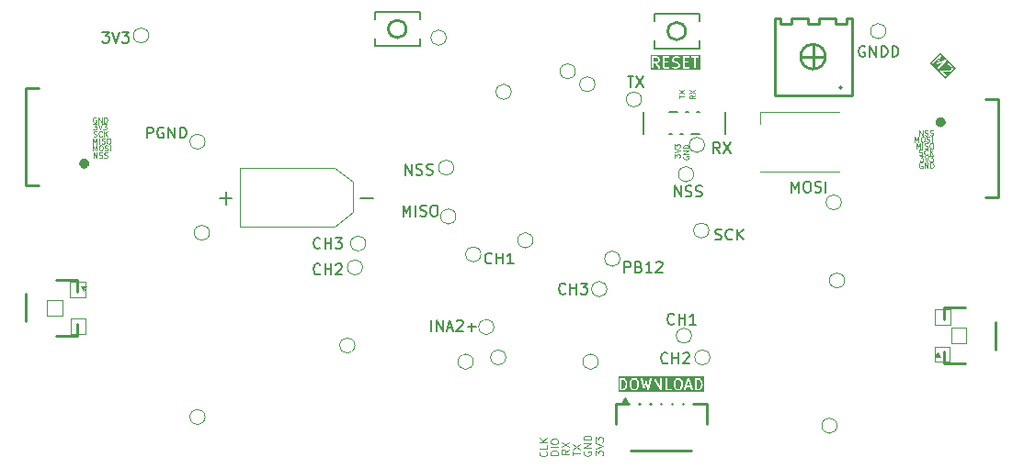
<source format=gbr>
%TF.GenerationSoftware,KiCad,Pcbnew,8.0.2*%
%TF.CreationDate,2024-07-12T01:17:03+08:00*%
%TF.ProjectId,bldcDriver,626c6463-4472-4697-9665-722e6b696361,rev?*%
%TF.SameCoordinates,Original*%
%TF.FileFunction,Legend,Top*%
%TF.FilePolarity,Positive*%
%FSLAX46Y46*%
G04 Gerber Fmt 4.6, Leading zero omitted, Abs format (unit mm)*
G04 Created by KiCad (PCBNEW 8.0.2) date 2024-07-12 01:17:03*
%MOMM*%
%LPD*%
G01*
G04 APERTURE LIST*
%ADD10C,0.150000*%
%ADD11C,0.100000*%
%ADD12C,0.120000*%
%ADD13C,0.254000*%
%ADD14C,0.152000*%
G04 APERTURE END LIST*
D10*
X87736779Y-54869819D02*
X87736779Y-53869819D01*
X87736779Y-53869819D02*
X88117731Y-53869819D01*
X88117731Y-53869819D02*
X88212969Y-53917438D01*
X88212969Y-53917438D02*
X88260588Y-53965057D01*
X88260588Y-53965057D02*
X88308207Y-54060295D01*
X88308207Y-54060295D02*
X88308207Y-54203152D01*
X88308207Y-54203152D02*
X88260588Y-54298390D01*
X88260588Y-54298390D02*
X88212969Y-54346009D01*
X88212969Y-54346009D02*
X88117731Y-54393628D01*
X88117731Y-54393628D02*
X87736779Y-54393628D01*
X89070112Y-54346009D02*
X89212969Y-54393628D01*
X89212969Y-54393628D02*
X89260588Y-54441247D01*
X89260588Y-54441247D02*
X89308207Y-54536485D01*
X89308207Y-54536485D02*
X89308207Y-54679342D01*
X89308207Y-54679342D02*
X89260588Y-54774580D01*
X89260588Y-54774580D02*
X89212969Y-54822200D01*
X89212969Y-54822200D02*
X89117731Y-54869819D01*
X89117731Y-54869819D02*
X88736779Y-54869819D01*
X88736779Y-54869819D02*
X88736779Y-53869819D01*
X88736779Y-53869819D02*
X89070112Y-53869819D01*
X89070112Y-53869819D02*
X89165350Y-53917438D01*
X89165350Y-53917438D02*
X89212969Y-53965057D01*
X89212969Y-53965057D02*
X89260588Y-54060295D01*
X89260588Y-54060295D02*
X89260588Y-54155533D01*
X89260588Y-54155533D02*
X89212969Y-54250771D01*
X89212969Y-54250771D02*
X89165350Y-54298390D01*
X89165350Y-54298390D02*
X89070112Y-54346009D01*
X89070112Y-54346009D02*
X88736779Y-54346009D01*
X90260588Y-54869819D02*
X89689160Y-54869819D01*
X89974874Y-54869819D02*
X89974874Y-53869819D01*
X89974874Y-53869819D02*
X89879636Y-54012676D01*
X89879636Y-54012676D02*
X89784398Y-54107914D01*
X89784398Y-54107914D02*
X89689160Y-54155533D01*
X90641541Y-53965057D02*
X90689160Y-53917438D01*
X90689160Y-53917438D02*
X90784398Y-53869819D01*
X90784398Y-53869819D02*
X91022493Y-53869819D01*
X91022493Y-53869819D02*
X91117731Y-53917438D01*
X91117731Y-53917438D02*
X91165350Y-53965057D01*
X91165350Y-53965057D02*
X91212969Y-54060295D01*
X91212969Y-54060295D02*
X91212969Y-54155533D01*
X91212969Y-54155533D02*
X91165350Y-54298390D01*
X91165350Y-54298390D02*
X90593922Y-54869819D01*
X90593922Y-54869819D02*
X91212969Y-54869819D01*
X92336779Y-47869819D02*
X92336779Y-46869819D01*
X92336779Y-46869819D02*
X92908207Y-47869819D01*
X92908207Y-47869819D02*
X92908207Y-46869819D01*
X93336779Y-47822200D02*
X93479636Y-47869819D01*
X93479636Y-47869819D02*
X93717731Y-47869819D01*
X93717731Y-47869819D02*
X93812969Y-47822200D01*
X93812969Y-47822200D02*
X93860588Y-47774580D01*
X93860588Y-47774580D02*
X93908207Y-47679342D01*
X93908207Y-47679342D02*
X93908207Y-47584104D01*
X93908207Y-47584104D02*
X93860588Y-47488866D01*
X93860588Y-47488866D02*
X93812969Y-47441247D01*
X93812969Y-47441247D02*
X93717731Y-47393628D01*
X93717731Y-47393628D02*
X93527255Y-47346009D01*
X93527255Y-47346009D02*
X93432017Y-47298390D01*
X93432017Y-47298390D02*
X93384398Y-47250771D01*
X93384398Y-47250771D02*
X93336779Y-47155533D01*
X93336779Y-47155533D02*
X93336779Y-47060295D01*
X93336779Y-47060295D02*
X93384398Y-46965057D01*
X93384398Y-46965057D02*
X93432017Y-46917438D01*
X93432017Y-46917438D02*
X93527255Y-46869819D01*
X93527255Y-46869819D02*
X93765350Y-46869819D01*
X93765350Y-46869819D02*
X93908207Y-46917438D01*
X94289160Y-47822200D02*
X94432017Y-47869819D01*
X94432017Y-47869819D02*
X94670112Y-47869819D01*
X94670112Y-47869819D02*
X94765350Y-47822200D01*
X94765350Y-47822200D02*
X94812969Y-47774580D01*
X94812969Y-47774580D02*
X94860588Y-47679342D01*
X94860588Y-47679342D02*
X94860588Y-47584104D01*
X94860588Y-47584104D02*
X94812969Y-47488866D01*
X94812969Y-47488866D02*
X94765350Y-47441247D01*
X94765350Y-47441247D02*
X94670112Y-47393628D01*
X94670112Y-47393628D02*
X94479636Y-47346009D01*
X94479636Y-47346009D02*
X94384398Y-47298390D01*
X94384398Y-47298390D02*
X94336779Y-47250771D01*
X94336779Y-47250771D02*
X94289160Y-47155533D01*
X94289160Y-47155533D02*
X94289160Y-47060295D01*
X94289160Y-47060295D02*
X94336779Y-46965057D01*
X94336779Y-46965057D02*
X94384398Y-46917438D01*
X94384398Y-46917438D02*
X94479636Y-46869819D01*
X94479636Y-46869819D02*
X94717731Y-46869819D01*
X94717731Y-46869819D02*
X94860588Y-46917438D01*
X103136779Y-47469819D02*
X103136779Y-46469819D01*
X103136779Y-46469819D02*
X103470112Y-47184104D01*
X103470112Y-47184104D02*
X103803445Y-46469819D01*
X103803445Y-46469819D02*
X103803445Y-47469819D01*
X104470112Y-46469819D02*
X104660588Y-46469819D01*
X104660588Y-46469819D02*
X104755826Y-46517438D01*
X104755826Y-46517438D02*
X104851064Y-46612676D01*
X104851064Y-46612676D02*
X104898683Y-46803152D01*
X104898683Y-46803152D02*
X104898683Y-47136485D01*
X104898683Y-47136485D02*
X104851064Y-47326961D01*
X104851064Y-47326961D02*
X104755826Y-47422200D01*
X104755826Y-47422200D02*
X104660588Y-47469819D01*
X104660588Y-47469819D02*
X104470112Y-47469819D01*
X104470112Y-47469819D02*
X104374874Y-47422200D01*
X104374874Y-47422200D02*
X104279636Y-47326961D01*
X104279636Y-47326961D02*
X104232017Y-47136485D01*
X104232017Y-47136485D02*
X104232017Y-46803152D01*
X104232017Y-46803152D02*
X104279636Y-46612676D01*
X104279636Y-46612676D02*
X104374874Y-46517438D01*
X104374874Y-46517438D02*
X104470112Y-46469819D01*
X105279636Y-47422200D02*
X105422493Y-47469819D01*
X105422493Y-47469819D02*
X105660588Y-47469819D01*
X105660588Y-47469819D02*
X105755826Y-47422200D01*
X105755826Y-47422200D02*
X105803445Y-47374580D01*
X105803445Y-47374580D02*
X105851064Y-47279342D01*
X105851064Y-47279342D02*
X105851064Y-47184104D01*
X105851064Y-47184104D02*
X105803445Y-47088866D01*
X105803445Y-47088866D02*
X105755826Y-47041247D01*
X105755826Y-47041247D02*
X105660588Y-46993628D01*
X105660588Y-46993628D02*
X105470112Y-46946009D01*
X105470112Y-46946009D02*
X105374874Y-46898390D01*
X105374874Y-46898390D02*
X105327255Y-46850771D01*
X105327255Y-46850771D02*
X105279636Y-46755533D01*
X105279636Y-46755533D02*
X105279636Y-46660295D01*
X105279636Y-46660295D02*
X105327255Y-46565057D01*
X105327255Y-46565057D02*
X105374874Y-46517438D01*
X105374874Y-46517438D02*
X105470112Y-46469819D01*
X105470112Y-46469819D02*
X105708207Y-46469819D01*
X105708207Y-46469819D02*
X105851064Y-46517438D01*
X106279636Y-47469819D02*
X106279636Y-46469819D01*
X96089160Y-51822200D02*
X96232017Y-51869819D01*
X96232017Y-51869819D02*
X96470112Y-51869819D01*
X96470112Y-51869819D02*
X96565350Y-51822200D01*
X96565350Y-51822200D02*
X96612969Y-51774580D01*
X96612969Y-51774580D02*
X96660588Y-51679342D01*
X96660588Y-51679342D02*
X96660588Y-51584104D01*
X96660588Y-51584104D02*
X96612969Y-51488866D01*
X96612969Y-51488866D02*
X96565350Y-51441247D01*
X96565350Y-51441247D02*
X96470112Y-51393628D01*
X96470112Y-51393628D02*
X96279636Y-51346009D01*
X96279636Y-51346009D02*
X96184398Y-51298390D01*
X96184398Y-51298390D02*
X96136779Y-51250771D01*
X96136779Y-51250771D02*
X96089160Y-51155533D01*
X96089160Y-51155533D02*
X96089160Y-51060295D01*
X96089160Y-51060295D02*
X96136779Y-50965057D01*
X96136779Y-50965057D02*
X96184398Y-50917438D01*
X96184398Y-50917438D02*
X96279636Y-50869819D01*
X96279636Y-50869819D02*
X96517731Y-50869819D01*
X96517731Y-50869819D02*
X96660588Y-50917438D01*
X97660588Y-51774580D02*
X97612969Y-51822200D01*
X97612969Y-51822200D02*
X97470112Y-51869819D01*
X97470112Y-51869819D02*
X97374874Y-51869819D01*
X97374874Y-51869819D02*
X97232017Y-51822200D01*
X97232017Y-51822200D02*
X97136779Y-51726961D01*
X97136779Y-51726961D02*
X97089160Y-51631723D01*
X97089160Y-51631723D02*
X97041541Y-51441247D01*
X97041541Y-51441247D02*
X97041541Y-51298390D01*
X97041541Y-51298390D02*
X97089160Y-51107914D01*
X97089160Y-51107914D02*
X97136779Y-51012676D01*
X97136779Y-51012676D02*
X97232017Y-50917438D01*
X97232017Y-50917438D02*
X97374874Y-50869819D01*
X97374874Y-50869819D02*
X97470112Y-50869819D01*
X97470112Y-50869819D02*
X97612969Y-50917438D01*
X97612969Y-50917438D02*
X97660588Y-50965057D01*
X98089160Y-51869819D02*
X98089160Y-50869819D01*
X98660588Y-51869819D02*
X98232017Y-51298390D01*
X98660588Y-50869819D02*
X98089160Y-51441247D01*
X92308207Y-59574580D02*
X92260588Y-59622200D01*
X92260588Y-59622200D02*
X92117731Y-59669819D01*
X92117731Y-59669819D02*
X92022493Y-59669819D01*
X92022493Y-59669819D02*
X91879636Y-59622200D01*
X91879636Y-59622200D02*
X91784398Y-59526961D01*
X91784398Y-59526961D02*
X91736779Y-59431723D01*
X91736779Y-59431723D02*
X91689160Y-59241247D01*
X91689160Y-59241247D02*
X91689160Y-59098390D01*
X91689160Y-59098390D02*
X91736779Y-58907914D01*
X91736779Y-58907914D02*
X91784398Y-58812676D01*
X91784398Y-58812676D02*
X91879636Y-58717438D01*
X91879636Y-58717438D02*
X92022493Y-58669819D01*
X92022493Y-58669819D02*
X92117731Y-58669819D01*
X92117731Y-58669819D02*
X92260588Y-58717438D01*
X92260588Y-58717438D02*
X92308207Y-58765057D01*
X92736779Y-59669819D02*
X92736779Y-58669819D01*
X92736779Y-59146009D02*
X93308207Y-59146009D01*
X93308207Y-59669819D02*
X93308207Y-58669819D01*
X94308207Y-59669819D02*
X93736779Y-59669819D01*
X94022493Y-59669819D02*
X94022493Y-58669819D01*
X94022493Y-58669819D02*
X93927255Y-58812676D01*
X93927255Y-58812676D02*
X93832017Y-58907914D01*
X93832017Y-58907914D02*
X93736779Y-58955533D01*
X82308207Y-56774580D02*
X82260588Y-56822200D01*
X82260588Y-56822200D02*
X82117731Y-56869819D01*
X82117731Y-56869819D02*
X82022493Y-56869819D01*
X82022493Y-56869819D02*
X81879636Y-56822200D01*
X81879636Y-56822200D02*
X81784398Y-56726961D01*
X81784398Y-56726961D02*
X81736779Y-56631723D01*
X81736779Y-56631723D02*
X81689160Y-56441247D01*
X81689160Y-56441247D02*
X81689160Y-56298390D01*
X81689160Y-56298390D02*
X81736779Y-56107914D01*
X81736779Y-56107914D02*
X81784398Y-56012676D01*
X81784398Y-56012676D02*
X81879636Y-55917438D01*
X81879636Y-55917438D02*
X82022493Y-55869819D01*
X82022493Y-55869819D02*
X82117731Y-55869819D01*
X82117731Y-55869819D02*
X82260588Y-55917438D01*
X82260588Y-55917438D02*
X82308207Y-55965057D01*
X82736779Y-56869819D02*
X82736779Y-55869819D01*
X82736779Y-56346009D02*
X83308207Y-56346009D01*
X83308207Y-56869819D02*
X83308207Y-55869819D01*
X83689160Y-55869819D02*
X84308207Y-55869819D01*
X84308207Y-55869819D02*
X83974874Y-56250771D01*
X83974874Y-56250771D02*
X84117731Y-56250771D01*
X84117731Y-56250771D02*
X84212969Y-56298390D01*
X84212969Y-56298390D02*
X84260588Y-56346009D01*
X84260588Y-56346009D02*
X84308207Y-56441247D01*
X84308207Y-56441247D02*
X84308207Y-56679342D01*
X84308207Y-56679342D02*
X84260588Y-56774580D01*
X84260588Y-56774580D02*
X84212969Y-56822200D01*
X84212969Y-56822200D02*
X84117731Y-56869819D01*
X84117731Y-56869819D02*
X83832017Y-56869819D01*
X83832017Y-56869819D02*
X83736779Y-56822200D01*
X83736779Y-56822200D02*
X83689160Y-56774580D01*
X69936779Y-60269819D02*
X69936779Y-59269819D01*
X70412969Y-60269819D02*
X70412969Y-59269819D01*
X70412969Y-59269819D02*
X70984397Y-60269819D01*
X70984397Y-60269819D02*
X70984397Y-59269819D01*
X71412969Y-59984104D02*
X71889159Y-59984104D01*
X71317731Y-60269819D02*
X71651064Y-59269819D01*
X71651064Y-59269819D02*
X71984397Y-60269819D01*
X72270112Y-59365057D02*
X72317731Y-59317438D01*
X72317731Y-59317438D02*
X72412969Y-59269819D01*
X72412969Y-59269819D02*
X72651064Y-59269819D01*
X72651064Y-59269819D02*
X72746302Y-59317438D01*
X72746302Y-59317438D02*
X72793921Y-59365057D01*
X72793921Y-59365057D02*
X72841540Y-59460295D01*
X72841540Y-59460295D02*
X72841540Y-59555533D01*
X72841540Y-59555533D02*
X72793921Y-59698390D01*
X72793921Y-59698390D02*
X72222493Y-60269819D01*
X72222493Y-60269819D02*
X72841540Y-60269819D01*
X73270112Y-59888866D02*
X74032017Y-59888866D01*
X73651064Y-60269819D02*
X73651064Y-59507914D01*
X67536779Y-45869819D02*
X67536779Y-44869819D01*
X67536779Y-44869819D02*
X68108207Y-45869819D01*
X68108207Y-45869819D02*
X68108207Y-44869819D01*
X68536779Y-45822200D02*
X68679636Y-45869819D01*
X68679636Y-45869819D02*
X68917731Y-45869819D01*
X68917731Y-45869819D02*
X69012969Y-45822200D01*
X69012969Y-45822200D02*
X69060588Y-45774580D01*
X69060588Y-45774580D02*
X69108207Y-45679342D01*
X69108207Y-45679342D02*
X69108207Y-45584104D01*
X69108207Y-45584104D02*
X69060588Y-45488866D01*
X69060588Y-45488866D02*
X69012969Y-45441247D01*
X69012969Y-45441247D02*
X68917731Y-45393628D01*
X68917731Y-45393628D02*
X68727255Y-45346009D01*
X68727255Y-45346009D02*
X68632017Y-45298390D01*
X68632017Y-45298390D02*
X68584398Y-45250771D01*
X68584398Y-45250771D02*
X68536779Y-45155533D01*
X68536779Y-45155533D02*
X68536779Y-45060295D01*
X68536779Y-45060295D02*
X68584398Y-44965057D01*
X68584398Y-44965057D02*
X68632017Y-44917438D01*
X68632017Y-44917438D02*
X68727255Y-44869819D01*
X68727255Y-44869819D02*
X68965350Y-44869819D01*
X68965350Y-44869819D02*
X69108207Y-44917438D01*
X69489160Y-45822200D02*
X69632017Y-45869819D01*
X69632017Y-45869819D02*
X69870112Y-45869819D01*
X69870112Y-45869819D02*
X69965350Y-45822200D01*
X69965350Y-45822200D02*
X70012969Y-45774580D01*
X70012969Y-45774580D02*
X70060588Y-45679342D01*
X70060588Y-45679342D02*
X70060588Y-45584104D01*
X70060588Y-45584104D02*
X70012969Y-45488866D01*
X70012969Y-45488866D02*
X69965350Y-45441247D01*
X69965350Y-45441247D02*
X69870112Y-45393628D01*
X69870112Y-45393628D02*
X69679636Y-45346009D01*
X69679636Y-45346009D02*
X69584398Y-45298390D01*
X69584398Y-45298390D02*
X69536779Y-45250771D01*
X69536779Y-45250771D02*
X69489160Y-45155533D01*
X69489160Y-45155533D02*
X69489160Y-45060295D01*
X69489160Y-45060295D02*
X69536779Y-44965057D01*
X69536779Y-44965057D02*
X69584398Y-44917438D01*
X69584398Y-44917438D02*
X69679636Y-44869819D01*
X69679636Y-44869819D02*
X69917731Y-44869819D01*
X69917731Y-44869819D02*
X70060588Y-44917438D01*
X67336779Y-49669819D02*
X67336779Y-48669819D01*
X67336779Y-48669819D02*
X67670112Y-49384104D01*
X67670112Y-49384104D02*
X68003445Y-48669819D01*
X68003445Y-48669819D02*
X68003445Y-49669819D01*
X68479636Y-49669819D02*
X68479636Y-48669819D01*
X68908207Y-49622200D02*
X69051064Y-49669819D01*
X69051064Y-49669819D02*
X69289159Y-49669819D01*
X69289159Y-49669819D02*
X69384397Y-49622200D01*
X69384397Y-49622200D02*
X69432016Y-49574580D01*
X69432016Y-49574580D02*
X69479635Y-49479342D01*
X69479635Y-49479342D02*
X69479635Y-49384104D01*
X69479635Y-49384104D02*
X69432016Y-49288866D01*
X69432016Y-49288866D02*
X69384397Y-49241247D01*
X69384397Y-49241247D02*
X69289159Y-49193628D01*
X69289159Y-49193628D02*
X69098683Y-49146009D01*
X69098683Y-49146009D02*
X69003445Y-49098390D01*
X69003445Y-49098390D02*
X68955826Y-49050771D01*
X68955826Y-49050771D02*
X68908207Y-48955533D01*
X68908207Y-48955533D02*
X68908207Y-48860295D01*
X68908207Y-48860295D02*
X68955826Y-48765057D01*
X68955826Y-48765057D02*
X69003445Y-48717438D01*
X69003445Y-48717438D02*
X69098683Y-48669819D01*
X69098683Y-48669819D02*
X69336778Y-48669819D01*
X69336778Y-48669819D02*
X69479635Y-48717438D01*
X70098683Y-48669819D02*
X70289159Y-48669819D01*
X70289159Y-48669819D02*
X70384397Y-48717438D01*
X70384397Y-48717438D02*
X70479635Y-48812676D01*
X70479635Y-48812676D02*
X70527254Y-49003152D01*
X70527254Y-49003152D02*
X70527254Y-49336485D01*
X70527254Y-49336485D02*
X70479635Y-49526961D01*
X70479635Y-49526961D02*
X70384397Y-49622200D01*
X70384397Y-49622200D02*
X70289159Y-49669819D01*
X70289159Y-49669819D02*
X70098683Y-49669819D01*
X70098683Y-49669819D02*
X70003445Y-49622200D01*
X70003445Y-49622200D02*
X69908207Y-49526961D01*
X69908207Y-49526961D02*
X69860588Y-49336485D01*
X69860588Y-49336485D02*
X69860588Y-49003152D01*
X69860588Y-49003152D02*
X69908207Y-48812676D01*
X69908207Y-48812676D02*
X70003445Y-48717438D01*
X70003445Y-48717438D02*
X70098683Y-48669819D01*
X75508207Y-53974580D02*
X75460588Y-54022200D01*
X75460588Y-54022200D02*
X75317731Y-54069819D01*
X75317731Y-54069819D02*
X75222493Y-54069819D01*
X75222493Y-54069819D02*
X75079636Y-54022200D01*
X75079636Y-54022200D02*
X74984398Y-53926961D01*
X74984398Y-53926961D02*
X74936779Y-53831723D01*
X74936779Y-53831723D02*
X74889160Y-53641247D01*
X74889160Y-53641247D02*
X74889160Y-53498390D01*
X74889160Y-53498390D02*
X74936779Y-53307914D01*
X74936779Y-53307914D02*
X74984398Y-53212676D01*
X74984398Y-53212676D02*
X75079636Y-53117438D01*
X75079636Y-53117438D02*
X75222493Y-53069819D01*
X75222493Y-53069819D02*
X75317731Y-53069819D01*
X75317731Y-53069819D02*
X75460588Y-53117438D01*
X75460588Y-53117438D02*
X75508207Y-53165057D01*
X75936779Y-54069819D02*
X75936779Y-53069819D01*
X75936779Y-53546009D02*
X76508207Y-53546009D01*
X76508207Y-54069819D02*
X76508207Y-53069819D01*
X77508207Y-54069819D02*
X76936779Y-54069819D01*
X77222493Y-54069819D02*
X77222493Y-53069819D01*
X77222493Y-53069819D02*
X77127255Y-53212676D01*
X77127255Y-53212676D02*
X77032017Y-53307914D01*
X77032017Y-53307914D02*
X76936779Y-53355533D01*
X59708207Y-54974580D02*
X59660588Y-55022200D01*
X59660588Y-55022200D02*
X59517731Y-55069819D01*
X59517731Y-55069819D02*
X59422493Y-55069819D01*
X59422493Y-55069819D02*
X59279636Y-55022200D01*
X59279636Y-55022200D02*
X59184398Y-54926961D01*
X59184398Y-54926961D02*
X59136779Y-54831723D01*
X59136779Y-54831723D02*
X59089160Y-54641247D01*
X59089160Y-54641247D02*
X59089160Y-54498390D01*
X59089160Y-54498390D02*
X59136779Y-54307914D01*
X59136779Y-54307914D02*
X59184398Y-54212676D01*
X59184398Y-54212676D02*
X59279636Y-54117438D01*
X59279636Y-54117438D02*
X59422493Y-54069819D01*
X59422493Y-54069819D02*
X59517731Y-54069819D01*
X59517731Y-54069819D02*
X59660588Y-54117438D01*
X59660588Y-54117438D02*
X59708207Y-54165057D01*
X60136779Y-55069819D02*
X60136779Y-54069819D01*
X60136779Y-54546009D02*
X60708207Y-54546009D01*
X60708207Y-55069819D02*
X60708207Y-54069819D01*
X61136779Y-54165057D02*
X61184398Y-54117438D01*
X61184398Y-54117438D02*
X61279636Y-54069819D01*
X61279636Y-54069819D02*
X61517731Y-54069819D01*
X61517731Y-54069819D02*
X61612969Y-54117438D01*
X61612969Y-54117438D02*
X61660588Y-54165057D01*
X61660588Y-54165057D02*
X61708207Y-54260295D01*
X61708207Y-54260295D02*
X61708207Y-54355533D01*
X61708207Y-54355533D02*
X61660588Y-54498390D01*
X61660588Y-54498390D02*
X61089160Y-55069819D01*
X61089160Y-55069819D02*
X61708207Y-55069819D01*
X59708207Y-52574580D02*
X59660588Y-52622200D01*
X59660588Y-52622200D02*
X59517731Y-52669819D01*
X59517731Y-52669819D02*
X59422493Y-52669819D01*
X59422493Y-52669819D02*
X59279636Y-52622200D01*
X59279636Y-52622200D02*
X59184398Y-52526961D01*
X59184398Y-52526961D02*
X59136779Y-52431723D01*
X59136779Y-52431723D02*
X59089160Y-52241247D01*
X59089160Y-52241247D02*
X59089160Y-52098390D01*
X59089160Y-52098390D02*
X59136779Y-51907914D01*
X59136779Y-51907914D02*
X59184398Y-51812676D01*
X59184398Y-51812676D02*
X59279636Y-51717438D01*
X59279636Y-51717438D02*
X59422493Y-51669819D01*
X59422493Y-51669819D02*
X59517731Y-51669819D01*
X59517731Y-51669819D02*
X59660588Y-51717438D01*
X59660588Y-51717438D02*
X59708207Y-51765057D01*
X60136779Y-52669819D02*
X60136779Y-51669819D01*
X60136779Y-52146009D02*
X60708207Y-52146009D01*
X60708207Y-52669819D02*
X60708207Y-51669819D01*
X61089160Y-51669819D02*
X61708207Y-51669819D01*
X61708207Y-51669819D02*
X61374874Y-52050771D01*
X61374874Y-52050771D02*
X61517731Y-52050771D01*
X61517731Y-52050771D02*
X61612969Y-52098390D01*
X61612969Y-52098390D02*
X61660588Y-52146009D01*
X61660588Y-52146009D02*
X61708207Y-52241247D01*
X61708207Y-52241247D02*
X61708207Y-52479342D01*
X61708207Y-52479342D02*
X61660588Y-52574580D01*
X61660588Y-52574580D02*
X61612969Y-52622200D01*
X61612969Y-52622200D02*
X61517731Y-52669819D01*
X61517731Y-52669819D02*
X61232017Y-52669819D01*
X61232017Y-52669819D02*
X61136779Y-52622200D01*
X61136779Y-52622200D02*
X61089160Y-52574580D01*
X96508207Y-43869819D02*
X96174874Y-43393628D01*
X95936779Y-43869819D02*
X95936779Y-42869819D01*
X95936779Y-42869819D02*
X96317731Y-42869819D01*
X96317731Y-42869819D02*
X96412969Y-42917438D01*
X96412969Y-42917438D02*
X96460588Y-42965057D01*
X96460588Y-42965057D02*
X96508207Y-43060295D01*
X96508207Y-43060295D02*
X96508207Y-43203152D01*
X96508207Y-43203152D02*
X96460588Y-43298390D01*
X96460588Y-43298390D02*
X96412969Y-43346009D01*
X96412969Y-43346009D02*
X96317731Y-43393628D01*
X96317731Y-43393628D02*
X95936779Y-43393628D01*
X96841541Y-42869819D02*
X97508207Y-43869819D01*
X97508207Y-42869819D02*
X96841541Y-43869819D01*
D11*
X114861027Y-44009800D02*
X114932455Y-44033609D01*
X114932455Y-44033609D02*
X115051503Y-44033609D01*
X115051503Y-44033609D02*
X115099122Y-44009800D01*
X115099122Y-44009800D02*
X115122931Y-43985990D01*
X115122931Y-43985990D02*
X115146741Y-43938371D01*
X115146741Y-43938371D02*
X115146741Y-43890752D01*
X115146741Y-43890752D02*
X115122931Y-43843133D01*
X115122931Y-43843133D02*
X115099122Y-43819323D01*
X115099122Y-43819323D02*
X115051503Y-43795514D01*
X115051503Y-43795514D02*
X114956265Y-43771704D01*
X114956265Y-43771704D02*
X114908646Y-43747895D01*
X114908646Y-43747895D02*
X114884836Y-43724085D01*
X114884836Y-43724085D02*
X114861027Y-43676466D01*
X114861027Y-43676466D02*
X114861027Y-43628847D01*
X114861027Y-43628847D02*
X114884836Y-43581228D01*
X114884836Y-43581228D02*
X114908646Y-43557419D01*
X114908646Y-43557419D02*
X114956265Y-43533609D01*
X114956265Y-43533609D02*
X115075312Y-43533609D01*
X115075312Y-43533609D02*
X115146741Y-43557419D01*
X115646740Y-43985990D02*
X115622931Y-44009800D01*
X115622931Y-44009800D02*
X115551502Y-44033609D01*
X115551502Y-44033609D02*
X115503883Y-44033609D01*
X115503883Y-44033609D02*
X115432455Y-44009800D01*
X115432455Y-44009800D02*
X115384836Y-43962180D01*
X115384836Y-43962180D02*
X115361026Y-43914561D01*
X115361026Y-43914561D02*
X115337217Y-43819323D01*
X115337217Y-43819323D02*
X115337217Y-43747895D01*
X115337217Y-43747895D02*
X115361026Y-43652657D01*
X115361026Y-43652657D02*
X115384836Y-43605038D01*
X115384836Y-43605038D02*
X115432455Y-43557419D01*
X115432455Y-43557419D02*
X115503883Y-43533609D01*
X115503883Y-43533609D02*
X115551502Y-43533609D01*
X115551502Y-43533609D02*
X115622931Y-43557419D01*
X115622931Y-43557419D02*
X115646740Y-43581228D01*
X115861026Y-44033609D02*
X115861026Y-43533609D01*
X116146740Y-44033609D02*
X115932455Y-43747895D01*
X116146740Y-43533609D02*
X115861026Y-43819323D01*
D10*
G36*
X118279009Y-36017491D02*
G01*
X117308701Y-36987798D01*
X116593136Y-36272233D01*
X116797410Y-36272233D01*
X116797410Y-36301496D01*
X116808608Y-36328533D01*
X116817936Y-36339898D01*
X117267033Y-36786958D01*
X117294069Y-36798157D01*
X117323332Y-36798157D01*
X117350368Y-36786958D01*
X117371061Y-36766266D01*
X117382260Y-36739229D01*
X117382260Y-36709966D01*
X117371061Y-36682930D01*
X117361734Y-36671565D01*
X117050307Y-36361550D01*
X117667292Y-36360470D01*
X117669710Y-36361276D01*
X117681397Y-36360445D01*
X117693723Y-36360424D01*
X117696211Y-36359393D01*
X117698901Y-36359202D01*
X117712632Y-36353947D01*
X117846084Y-36285758D01*
X117855446Y-36281881D01*
X117858370Y-36279481D01*
X117859762Y-36278770D01*
X117861058Y-36277274D01*
X117866811Y-36272554D01*
X117925642Y-36212158D01*
X117927104Y-36211428D01*
X117933193Y-36204406D01*
X117943481Y-36193846D01*
X117944511Y-36191357D01*
X117946278Y-36189321D01*
X117952272Y-36175895D01*
X117984700Y-36074611D01*
X117988352Y-36065795D01*
X117988720Y-36062054D01*
X117989204Y-36060544D01*
X117989063Y-36058569D01*
X117989793Y-36051163D01*
X117988594Y-35983006D01*
X117989204Y-35974438D01*
X117988380Y-35970817D01*
X117988352Y-35969187D01*
X117987593Y-35967356D01*
X117985944Y-35960101D01*
X117954680Y-35869901D01*
X117954680Y-35868173D01*
X117951007Y-35859307D01*
X117946278Y-35845661D01*
X117944512Y-35843625D01*
X117943482Y-35841137D01*
X117934154Y-35829771D01*
X117773006Y-35670450D01*
X117772012Y-35668462D01*
X117763726Y-35661276D01*
X117754430Y-35652085D01*
X117751939Y-35651053D01*
X117749904Y-35649288D01*
X117736479Y-35643294D01*
X117635198Y-35610867D01*
X117626379Y-35607214D01*
X117622637Y-35606845D01*
X117621127Y-35606362D01*
X117619152Y-35606502D01*
X117611747Y-35605773D01*
X117529772Y-35607214D01*
X117502736Y-35618413D01*
X117482044Y-35639105D01*
X117470845Y-35666141D01*
X117470845Y-35695405D01*
X117482044Y-35722441D01*
X117502736Y-35743133D01*
X117529772Y-35754332D01*
X117544404Y-35755773D01*
X117597155Y-35754845D01*
X117670801Y-35778425D01*
X117814976Y-35920964D01*
X117839954Y-35993030D01*
X117840720Y-36036571D01*
X117817062Y-36110463D01*
X117772147Y-36156572D01*
X117663881Y-36211891D01*
X116856337Y-36213306D01*
X116848418Y-36216585D01*
X116829301Y-36224504D01*
X116808609Y-36245197D01*
X116797410Y-36272233D01*
X116593136Y-36272233D01*
X115866990Y-35546087D01*
X115881621Y-35531456D01*
X116056631Y-35531456D01*
X116056631Y-35560718D01*
X116067830Y-35587755D01*
X116088522Y-35608447D01*
X116115559Y-35619646D01*
X116144821Y-35619646D01*
X116171858Y-35608447D01*
X116183223Y-35599120D01*
X116653048Y-35127958D01*
X116499743Y-35551912D01*
X116495078Y-35561910D01*
X116494932Y-35565216D01*
X116493792Y-35568371D01*
X116494292Y-35579758D01*
X116493792Y-35591145D01*
X116494931Y-35594278D01*
X116495078Y-35597606D01*
X116499895Y-35607929D01*
X116503793Y-35618647D01*
X116506044Y-35621105D01*
X116507453Y-35624124D01*
X116515858Y-35631822D01*
X116523557Y-35640228D01*
X116526575Y-35641636D01*
X116529034Y-35643888D01*
X116539751Y-35647785D01*
X116550075Y-35652603D01*
X116553402Y-35652749D01*
X116556536Y-35653889D01*
X116567923Y-35653388D01*
X116579310Y-35653889D01*
X116584035Y-35652679D01*
X116585771Y-35652603D01*
X116587516Y-35651788D01*
X116593554Y-35650243D01*
X117019036Y-35494656D01*
X116539235Y-35975823D01*
X116528036Y-36002860D01*
X116528036Y-36032122D01*
X116539235Y-36059159D01*
X116559927Y-36079851D01*
X116586964Y-36091050D01*
X116616226Y-36091050D01*
X116643263Y-36079851D01*
X116654628Y-36070524D01*
X117359950Y-35363195D01*
X117369172Y-35354750D01*
X117369876Y-35353241D01*
X117371062Y-35352052D01*
X117376045Y-35340020D01*
X117381547Y-35328232D01*
X117381620Y-35326562D01*
X117382261Y-35325016D01*
X117382261Y-35312000D01*
X117382833Y-35298997D01*
X117382261Y-35297424D01*
X117382261Y-35295753D01*
X117377284Y-35283738D01*
X117372832Y-35271495D01*
X117371701Y-35270260D01*
X117371062Y-35268717D01*
X117361867Y-35259522D01*
X117353068Y-35249914D01*
X117351551Y-35249206D01*
X117350369Y-35248024D01*
X117338345Y-35243043D01*
X117326550Y-35237539D01*
X117324879Y-35237465D01*
X117323333Y-35236825D01*
X117310318Y-35236825D01*
X117297315Y-35236253D01*
X117295080Y-35236825D01*
X117294070Y-35236825D01*
X117292435Y-35237501D01*
X117283071Y-35239899D01*
X116692477Y-35455861D01*
X116906121Y-34865041D01*
X116910856Y-34853612D01*
X116910856Y-34851948D01*
X116911428Y-34850367D01*
X116910856Y-34837363D01*
X116910856Y-34824349D01*
X116910215Y-34822802D01*
X116910142Y-34821132D01*
X116904637Y-34809336D01*
X116899657Y-34797313D01*
X116898474Y-34796130D01*
X116897767Y-34794614D01*
X116888158Y-34785814D01*
X116878964Y-34776620D01*
X116877420Y-34775980D01*
X116876186Y-34774850D01*
X116863942Y-34770397D01*
X116851928Y-34765421D01*
X116850257Y-34765421D01*
X116848684Y-34764849D01*
X116835681Y-34765421D01*
X116822665Y-34765421D01*
X116821118Y-34766061D01*
X116819449Y-34766135D01*
X116807660Y-34771636D01*
X116795629Y-34776620D01*
X116793846Y-34778082D01*
X116792931Y-34778510D01*
X116791735Y-34779815D01*
X116784264Y-34785947D01*
X116067830Y-35504419D01*
X116056631Y-35531456D01*
X115881621Y-35531456D01*
X116837297Y-34575779D01*
X118279009Y-36017491D01*
G37*
G36*
X87675727Y-64781290D02*
G01*
X87749936Y-64854080D01*
X87788627Y-64929215D01*
X87833245Y-65102645D01*
X87834387Y-65227417D01*
X87792361Y-65400540D01*
X87753636Y-65480350D01*
X87679359Y-65556076D01*
X87566280Y-65594867D01*
X87411673Y-65595749D01*
X87410464Y-64744398D01*
X87559131Y-64743551D01*
X87675727Y-64781290D01*
G37*
G36*
X88766358Y-64776770D02*
G01*
X88840150Y-64849152D01*
X88880843Y-65007323D01*
X88882146Y-65322077D01*
X88842032Y-65487325D01*
X88771565Y-65559166D01*
X88702119Y-65594928D01*
X88546950Y-65596018D01*
X88478628Y-65562867D01*
X88404835Y-65490485D01*
X88364142Y-65332313D01*
X88362839Y-65017559D01*
X88402953Y-64852311D01*
X88473421Y-64780470D01*
X88542866Y-64744709D01*
X88698035Y-64743619D01*
X88766358Y-64776770D01*
G37*
G36*
X92813977Y-64776770D02*
G01*
X92887769Y-64849152D01*
X92928462Y-65007323D01*
X92929765Y-65322077D01*
X92889651Y-65487325D01*
X92819184Y-65559166D01*
X92749738Y-65594928D01*
X92594569Y-65596018D01*
X92526247Y-65562867D01*
X92452454Y-65490485D01*
X92411761Y-65332313D01*
X92410458Y-65017559D01*
X92450572Y-64852311D01*
X92521040Y-64780470D01*
X92590485Y-64744709D01*
X92745654Y-64743619D01*
X92813977Y-64776770D01*
G37*
G36*
X94628108Y-64781290D02*
G01*
X94702317Y-64854080D01*
X94741008Y-64929215D01*
X94785626Y-65102645D01*
X94786768Y-65227417D01*
X94744742Y-65400540D01*
X94706017Y-65480350D01*
X94631740Y-65556076D01*
X94518661Y-65594867D01*
X94364054Y-65595749D01*
X94362845Y-64744398D01*
X94511512Y-64743551D01*
X94628108Y-64781290D01*
G37*
G36*
X93757555Y-65309406D02*
G01*
X93487515Y-65310199D01*
X93622060Y-64904742D01*
X93757555Y-65309406D01*
G37*
G36*
X95046699Y-65855930D02*
G01*
X87150668Y-65855930D01*
X87150668Y-64669819D01*
X87261779Y-64669819D01*
X87263220Y-65684451D01*
X87274419Y-65711487D01*
X87295111Y-65732179D01*
X87322147Y-65743378D01*
X87336779Y-65744819D01*
X87573548Y-65743468D01*
X87584254Y-65744230D01*
X87587962Y-65743386D01*
X87589506Y-65743378D01*
X87591337Y-65742619D01*
X87598591Y-65740970D01*
X87730381Y-65695759D01*
X87732363Y-65695759D01*
X87741915Y-65691802D01*
X87754873Y-65687357D01*
X87756908Y-65685591D01*
X87759399Y-65684560D01*
X87770764Y-65675233D01*
X87864696Y-65579468D01*
X87872219Y-65572945D01*
X87874231Y-65569748D01*
X87875330Y-65568628D01*
X87876087Y-65566798D01*
X87880051Y-65560502D01*
X87924319Y-65469269D01*
X87928402Y-65463759D01*
X87932337Y-65452743D01*
X87932925Y-65451533D01*
X87932963Y-65450992D01*
X87933349Y-65449913D01*
X87978589Y-65263547D01*
X87981766Y-65255879D01*
X87982663Y-65246764D01*
X87983118Y-65244893D01*
X87982955Y-65243800D01*
X87983207Y-65241247D01*
X87981939Y-65102667D01*
X87983118Y-65094744D01*
X87981783Y-65085719D01*
X87981766Y-65083758D01*
X87981343Y-65082736D01*
X87980968Y-65080200D01*
X87961146Y-65003152D01*
X88214160Y-65003152D01*
X88215520Y-65331588D01*
X88214249Y-65340131D01*
X88215593Y-65349223D01*
X88215601Y-65351117D01*
X88216023Y-65352138D01*
X88216399Y-65354675D01*
X88263220Y-65536666D01*
X88263220Y-65541592D01*
X88266564Y-65549667D01*
X88268965Y-65558997D01*
X88272284Y-65563476D01*
X88274418Y-65568628D01*
X88283746Y-65579994D01*
X88379513Y-65673932D01*
X88386033Y-65681450D01*
X88389226Y-65683460D01*
X88390349Y-65684561D01*
X88392181Y-65685319D01*
X88398476Y-65689282D01*
X88484365Y-65730957D01*
X88485587Y-65732179D01*
X88494446Y-65735848D01*
X88507445Y-65742156D01*
X88510134Y-65742347D01*
X88512623Y-65743378D01*
X88527255Y-65744819D01*
X88706342Y-65743560D01*
X88708350Y-65744230D01*
X88719022Y-65743471D01*
X88732363Y-65743378D01*
X88734852Y-65742346D01*
X88737540Y-65742156D01*
X88751272Y-65736901D01*
X88845826Y-65688209D01*
X88854637Y-65684560D01*
X88857539Y-65682177D01*
X88858953Y-65681450D01*
X88860252Y-65679951D01*
X88866002Y-65675233D01*
X88954597Y-65584909D01*
X88958599Y-65582509D01*
X88963684Y-65575645D01*
X88970568Y-65568628D01*
X88972701Y-65563476D01*
X88976021Y-65558997D01*
X88980968Y-65545151D01*
X89026208Y-65358785D01*
X89029385Y-65351117D01*
X89030282Y-65342002D01*
X89030737Y-65340131D01*
X89030574Y-65339038D01*
X89030826Y-65336485D01*
X89029465Y-65008048D01*
X89030737Y-64999506D01*
X89029392Y-64990413D01*
X89029385Y-64988520D01*
X89028962Y-64987498D01*
X89028587Y-64984962D01*
X88981766Y-64802970D01*
X88981766Y-64798045D01*
X88978420Y-64789968D01*
X88976021Y-64780640D01*
X88972702Y-64776161D01*
X88970568Y-64771008D01*
X88961240Y-64759643D01*
X88872524Y-64672623D01*
X89214212Y-64672623D01*
X89216200Y-64687191D01*
X89454862Y-65683466D01*
X89456264Y-65694012D01*
X89458183Y-65697327D01*
X89459085Y-65701091D01*
X89465471Y-65709915D01*
X89470926Y-65719337D01*
X89473983Y-65721677D01*
X89476242Y-65724798D01*
X89485517Y-65730505D01*
X89494164Y-65737124D01*
X89497884Y-65738116D01*
X89501164Y-65740134D01*
X89511918Y-65741858D01*
X89522440Y-65744664D01*
X89526255Y-65744157D01*
X89530059Y-65744767D01*
X89540657Y-65742243D01*
X89551448Y-65740810D01*
X89554779Y-65738881D01*
X89558527Y-65737989D01*
X89567351Y-65731602D01*
X89576773Y-65726148D01*
X89579113Y-65723090D01*
X89582234Y-65720832D01*
X89587941Y-65711556D01*
X89594560Y-65702910D01*
X89596585Y-65697510D01*
X89597570Y-65695910D01*
X89597857Y-65694118D01*
X89599723Y-65689144D01*
X89717550Y-65243870D01*
X89836222Y-65685495D01*
X89837892Y-65695910D01*
X89839895Y-65699166D01*
X89840902Y-65702911D01*
X89847522Y-65711559D01*
X89853228Y-65720832D01*
X89856348Y-65723090D01*
X89858689Y-65726148D01*
X89868110Y-65731602D01*
X89876935Y-65737989D01*
X89880682Y-65738881D01*
X89884014Y-65740810D01*
X89894807Y-65742244D01*
X89905403Y-65744767D01*
X89909204Y-65744157D01*
X89913023Y-65744665D01*
X89923554Y-65741856D01*
X89934298Y-65740134D01*
X89937574Y-65738118D01*
X89941298Y-65737125D01*
X89949948Y-65730503D01*
X89959220Y-65724798D01*
X89961478Y-65721677D01*
X89964536Y-65719337D01*
X89969991Y-65709914D01*
X89976377Y-65701091D01*
X89978254Y-65695642D01*
X89979198Y-65694013D01*
X89979437Y-65692209D01*
X89981167Y-65687191D01*
X90221251Y-64672623D01*
X90220801Y-64669819D01*
X90452255Y-64669819D01*
X90453696Y-65684451D01*
X90464895Y-65711487D01*
X90485587Y-65732179D01*
X90512623Y-65743378D01*
X90541887Y-65743378D01*
X90568923Y-65732179D01*
X90589615Y-65711487D01*
X90600814Y-65684451D01*
X90602255Y-65669819D01*
X90601232Y-64949749D01*
X91032579Y-65702448D01*
X91036323Y-65711487D01*
X91039685Y-65714849D01*
X91042075Y-65719019D01*
X91049963Y-65725127D01*
X91057015Y-65732179D01*
X91061433Y-65734009D01*
X91065213Y-65736936D01*
X91074834Y-65739560D01*
X91084051Y-65743378D01*
X91088832Y-65743378D01*
X91093444Y-65744636D01*
X91103341Y-65743378D01*
X91113315Y-65743378D01*
X91117730Y-65741548D01*
X91122474Y-65740946D01*
X91131138Y-65735995D01*
X91140351Y-65732179D01*
X91143729Y-65728800D01*
X91147883Y-65726427D01*
X91153992Y-65718537D01*
X91161043Y-65711487D01*
X91162872Y-65707070D01*
X91165800Y-65703290D01*
X91168424Y-65693666D01*
X91172242Y-65684451D01*
X91172978Y-65676968D01*
X91173500Y-65675058D01*
X91173312Y-65673582D01*
X91173683Y-65669819D01*
X91172263Y-64669819D01*
X91499874Y-64669819D01*
X91501315Y-65684451D01*
X91512514Y-65711487D01*
X91533206Y-65732179D01*
X91560242Y-65743378D01*
X91574874Y-65744819D01*
X92065696Y-65743378D01*
X92092732Y-65732179D01*
X92113424Y-65711487D01*
X92124623Y-65684451D01*
X92124623Y-65655187D01*
X92113424Y-65628151D01*
X92092732Y-65607459D01*
X92065696Y-65596260D01*
X92051064Y-65594819D01*
X91649769Y-65595997D01*
X91648927Y-65003152D01*
X92261779Y-65003152D01*
X92263139Y-65331588D01*
X92261868Y-65340131D01*
X92263212Y-65349223D01*
X92263220Y-65351117D01*
X92263642Y-65352138D01*
X92264018Y-65354675D01*
X92310839Y-65536666D01*
X92310839Y-65541592D01*
X92314183Y-65549667D01*
X92316584Y-65558997D01*
X92319903Y-65563476D01*
X92322037Y-65568628D01*
X92331365Y-65579994D01*
X92427132Y-65673932D01*
X92433652Y-65681450D01*
X92436845Y-65683460D01*
X92437968Y-65684561D01*
X92439800Y-65685319D01*
X92446095Y-65689282D01*
X92531984Y-65730957D01*
X92533206Y-65732179D01*
X92542065Y-65735848D01*
X92555064Y-65742156D01*
X92557753Y-65742347D01*
X92560242Y-65743378D01*
X92574874Y-65744819D01*
X92753961Y-65743560D01*
X92755969Y-65744230D01*
X92766641Y-65743471D01*
X92779982Y-65743378D01*
X92782471Y-65742346D01*
X92785159Y-65742156D01*
X92798891Y-65736901D01*
X92893445Y-65688209D01*
X92902256Y-65684560D01*
X92905158Y-65682177D01*
X92906572Y-65681450D01*
X92907871Y-65679951D01*
X92913621Y-65675233D01*
X92928132Y-65660439D01*
X93214749Y-65660439D01*
X93216824Y-65689629D01*
X93229910Y-65715802D01*
X93252017Y-65734976D01*
X93279780Y-65744230D01*
X93308970Y-65742155D01*
X93335143Y-65729069D01*
X93354317Y-65706962D01*
X93360311Y-65693536D01*
X93438156Y-65458946D01*
X93807262Y-65457862D01*
X93890669Y-65706961D01*
X93909843Y-65729068D01*
X93936016Y-65742155D01*
X93965206Y-65744230D01*
X93992968Y-65734976D01*
X94015076Y-65715802D01*
X94028162Y-65689628D01*
X94030237Y-65660438D01*
X94026977Y-65646102D01*
X93700086Y-64669819D01*
X94214160Y-64669819D01*
X94215601Y-65684451D01*
X94226800Y-65711487D01*
X94247492Y-65732179D01*
X94274528Y-65743378D01*
X94289160Y-65744819D01*
X94525929Y-65743468D01*
X94536635Y-65744230D01*
X94540343Y-65743386D01*
X94541887Y-65743378D01*
X94543718Y-65742619D01*
X94550972Y-65740970D01*
X94682762Y-65695759D01*
X94684744Y-65695759D01*
X94694296Y-65691802D01*
X94707254Y-65687357D01*
X94709289Y-65685591D01*
X94711780Y-65684560D01*
X94723145Y-65675233D01*
X94817077Y-65579468D01*
X94824600Y-65572945D01*
X94826612Y-65569748D01*
X94827711Y-65568628D01*
X94828468Y-65566798D01*
X94832432Y-65560502D01*
X94876700Y-65469269D01*
X94880783Y-65463759D01*
X94884718Y-65452743D01*
X94885306Y-65451533D01*
X94885344Y-65450992D01*
X94885730Y-65449913D01*
X94930970Y-65263547D01*
X94934147Y-65255879D01*
X94935044Y-65246764D01*
X94935499Y-65244893D01*
X94935336Y-65243800D01*
X94935588Y-65241247D01*
X94934320Y-65102667D01*
X94935499Y-65094744D01*
X94934164Y-65085719D01*
X94934147Y-65083758D01*
X94933724Y-65082736D01*
X94933349Y-65080200D01*
X94885831Y-64895501D01*
X94885306Y-64888104D01*
X94881102Y-64877121D01*
X94880783Y-64875878D01*
X94880460Y-64875442D01*
X94880051Y-64874373D01*
X94831362Y-64779823D01*
X94827711Y-64771008D01*
X94825326Y-64768102D01*
X94824600Y-64766692D01*
X94823103Y-64765393D01*
X94818383Y-64759643D01*
X94730212Y-64673158D01*
X94729361Y-64671455D01*
X94721718Y-64664826D01*
X94711780Y-64655078D01*
X94709289Y-64654046D01*
X94707254Y-64652281D01*
X94693829Y-64646287D01*
X94551250Y-64600138D01*
X94541887Y-64596260D01*
X94538121Y-64595889D01*
X94536635Y-64595408D01*
X94534660Y-64595548D01*
X94527255Y-64594819D01*
X94274528Y-64596260D01*
X94247492Y-64607459D01*
X94226800Y-64628151D01*
X94215601Y-64655187D01*
X94214160Y-64669819D01*
X93700086Y-64669819D01*
X93695199Y-64655223D01*
X93694829Y-64650010D01*
X93690665Y-64641683D01*
X93687650Y-64632676D01*
X93684138Y-64628627D01*
X93681743Y-64623836D01*
X93674639Y-64617674D01*
X93668476Y-64610569D01*
X93663682Y-64608172D01*
X93659635Y-64604662D01*
X93650713Y-64601688D01*
X93642303Y-64597483D01*
X93636958Y-64597103D01*
X93631873Y-64595408D01*
X93622493Y-64596074D01*
X93613113Y-64595408D01*
X93608027Y-64597103D01*
X93602683Y-64597483D01*
X93594275Y-64601687D01*
X93585350Y-64604662D01*
X93581299Y-64608175D01*
X93576510Y-64610570D01*
X93570351Y-64617670D01*
X93563243Y-64623836D01*
X93560846Y-64628629D01*
X93557336Y-64632677D01*
X93551342Y-64646102D01*
X93313167Y-65363850D01*
X93310839Y-65369472D01*
X93310839Y-65370867D01*
X93214749Y-65660439D01*
X92928132Y-65660439D01*
X93002216Y-65584909D01*
X93006218Y-65582509D01*
X93011303Y-65575645D01*
X93018187Y-65568628D01*
X93020320Y-65563476D01*
X93023640Y-65558997D01*
X93028587Y-65545151D01*
X93073827Y-65358785D01*
X93077004Y-65351117D01*
X93077901Y-65342002D01*
X93078356Y-65340131D01*
X93078193Y-65339038D01*
X93078445Y-65336485D01*
X93077084Y-65008048D01*
X93078356Y-64999506D01*
X93077011Y-64990413D01*
X93077004Y-64988520D01*
X93076581Y-64987498D01*
X93076206Y-64984962D01*
X93029385Y-64802970D01*
X93029385Y-64798045D01*
X93026039Y-64789968D01*
X93023640Y-64780640D01*
X93020321Y-64776161D01*
X93018187Y-64771008D01*
X93008859Y-64759643D01*
X92913096Y-64665711D01*
X92906572Y-64658188D01*
X92903375Y-64656175D01*
X92902256Y-64655078D01*
X92900428Y-64654320D01*
X92894129Y-64650356D01*
X92808240Y-64608681D01*
X92807018Y-64607459D01*
X92798152Y-64603786D01*
X92785159Y-64597482D01*
X92782471Y-64597291D01*
X92779982Y-64596260D01*
X92765350Y-64594819D01*
X92586261Y-64596077D01*
X92584254Y-64595408D01*
X92573581Y-64596166D01*
X92560242Y-64596260D01*
X92557753Y-64597290D01*
X92555064Y-64597482D01*
X92541333Y-64602737D01*
X92446783Y-64651425D01*
X92437968Y-64655077D01*
X92435062Y-64657461D01*
X92433652Y-64658188D01*
X92432353Y-64659684D01*
X92426603Y-64664405D01*
X92338007Y-64754726D01*
X92334006Y-64757128D01*
X92328919Y-64763991D01*
X92322038Y-64771008D01*
X92319904Y-64776158D01*
X92316584Y-64780640D01*
X92311637Y-64794486D01*
X92266396Y-64980851D01*
X92263220Y-64988520D01*
X92262322Y-64997634D01*
X92261868Y-64999506D01*
X92262030Y-65000598D01*
X92261779Y-65003152D01*
X91648927Y-65003152D01*
X91648433Y-64655187D01*
X91637234Y-64628151D01*
X91616542Y-64607459D01*
X91589506Y-64596260D01*
X91560242Y-64596260D01*
X91533206Y-64607459D01*
X91512514Y-64628151D01*
X91501315Y-64655187D01*
X91499874Y-64669819D01*
X91172263Y-64669819D01*
X91172242Y-64655187D01*
X91161043Y-64628151D01*
X91140351Y-64607459D01*
X91113315Y-64596260D01*
X91084051Y-64596260D01*
X91057015Y-64607459D01*
X91036323Y-64628151D01*
X91025124Y-64655187D01*
X91023683Y-64669819D01*
X91024705Y-65389888D01*
X90593358Y-64637189D01*
X90589615Y-64628151D01*
X90586252Y-64624788D01*
X90583863Y-64620619D01*
X90575973Y-64614509D01*
X90568923Y-64607459D01*
X90564506Y-64605629D01*
X90560726Y-64602702D01*
X90551102Y-64600077D01*
X90541887Y-64596260D01*
X90537106Y-64596260D01*
X90532494Y-64595002D01*
X90522597Y-64596260D01*
X90512623Y-64596260D01*
X90508207Y-64598089D01*
X90503464Y-64598692D01*
X90494799Y-64603642D01*
X90485587Y-64607459D01*
X90482208Y-64610837D01*
X90478055Y-64613211D01*
X90471945Y-64621100D01*
X90464895Y-64628151D01*
X90463065Y-64632567D01*
X90460138Y-64636348D01*
X90457513Y-64645971D01*
X90453696Y-64655187D01*
X90452959Y-64662669D01*
X90452438Y-64664580D01*
X90452625Y-64666055D01*
X90452255Y-64669819D01*
X90220801Y-64669819D01*
X90216618Y-64643728D01*
X90201282Y-64618806D01*
X90177575Y-64601650D01*
X90149107Y-64594871D01*
X90120212Y-64599504D01*
X90095290Y-64614840D01*
X90078133Y-64638547D01*
X90073343Y-64652448D01*
X89904366Y-65366521D01*
X89789988Y-64940872D01*
X89788722Y-64931339D01*
X89786304Y-64927164D01*
X89785036Y-64922442D01*
X89779021Y-64914583D01*
X89774060Y-64906015D01*
X89770201Y-64903061D01*
X89767249Y-64899204D01*
X89758684Y-64894245D01*
X89750822Y-64888227D01*
X89746125Y-64886974D01*
X89741924Y-64884542D01*
X89732117Y-64883239D01*
X89722547Y-64880687D01*
X89717728Y-64881327D01*
X89712916Y-64880688D01*
X89703355Y-64883237D01*
X89693538Y-64884542D01*
X89689332Y-64886976D01*
X89684640Y-64888228D01*
X89676780Y-64894243D01*
X89668213Y-64899204D01*
X89665259Y-64903062D01*
X89661402Y-64906015D01*
X89656443Y-64914580D01*
X89650426Y-64922441D01*
X89647729Y-64929630D01*
X89646740Y-64931340D01*
X89646548Y-64932779D01*
X89645263Y-64936208D01*
X89531565Y-65365875D01*
X89357330Y-64638547D01*
X89340173Y-64614840D01*
X89315251Y-64599504D01*
X89286356Y-64594871D01*
X89257888Y-64601649D01*
X89234181Y-64618806D01*
X89218845Y-64643728D01*
X89214212Y-64672623D01*
X88872524Y-64672623D01*
X88865477Y-64665711D01*
X88858953Y-64658188D01*
X88855756Y-64656175D01*
X88854637Y-64655078D01*
X88852809Y-64654320D01*
X88846510Y-64650356D01*
X88760621Y-64608681D01*
X88759399Y-64607459D01*
X88750533Y-64603786D01*
X88737540Y-64597482D01*
X88734852Y-64597291D01*
X88732363Y-64596260D01*
X88717731Y-64594819D01*
X88538642Y-64596077D01*
X88536635Y-64595408D01*
X88525962Y-64596166D01*
X88512623Y-64596260D01*
X88510134Y-64597290D01*
X88507445Y-64597482D01*
X88493714Y-64602737D01*
X88399164Y-64651425D01*
X88390349Y-64655077D01*
X88387443Y-64657461D01*
X88386033Y-64658188D01*
X88384734Y-64659684D01*
X88378984Y-64664405D01*
X88290388Y-64754726D01*
X88286387Y-64757128D01*
X88281300Y-64763991D01*
X88274419Y-64771008D01*
X88272285Y-64776158D01*
X88268965Y-64780640D01*
X88264018Y-64794486D01*
X88218777Y-64980851D01*
X88215601Y-64988520D01*
X88214703Y-64997634D01*
X88214249Y-64999506D01*
X88214411Y-65000598D01*
X88214160Y-65003152D01*
X87961146Y-65003152D01*
X87933450Y-64895501D01*
X87932925Y-64888104D01*
X87928721Y-64877121D01*
X87928402Y-64875878D01*
X87928079Y-64875442D01*
X87927670Y-64874373D01*
X87878981Y-64779823D01*
X87875330Y-64771008D01*
X87872945Y-64768102D01*
X87872219Y-64766692D01*
X87870722Y-64765393D01*
X87866002Y-64759643D01*
X87777831Y-64673158D01*
X87776980Y-64671455D01*
X87769337Y-64664826D01*
X87759399Y-64655078D01*
X87756908Y-64654046D01*
X87754873Y-64652281D01*
X87741448Y-64646287D01*
X87598869Y-64600138D01*
X87589506Y-64596260D01*
X87585740Y-64595889D01*
X87584254Y-64595408D01*
X87582279Y-64595548D01*
X87574874Y-64594819D01*
X87322147Y-64596260D01*
X87295111Y-64607459D01*
X87274419Y-64628151D01*
X87263220Y-64655187D01*
X87261779Y-64669819D01*
X87150668Y-64669819D01*
X87150668Y-64483708D01*
X95046699Y-64483708D01*
X95046699Y-65855930D01*
G37*
X91708207Y-63174580D02*
X91660588Y-63222200D01*
X91660588Y-63222200D02*
X91517731Y-63269819D01*
X91517731Y-63269819D02*
X91422493Y-63269819D01*
X91422493Y-63269819D02*
X91279636Y-63222200D01*
X91279636Y-63222200D02*
X91184398Y-63126961D01*
X91184398Y-63126961D02*
X91136779Y-63031723D01*
X91136779Y-63031723D02*
X91089160Y-62841247D01*
X91089160Y-62841247D02*
X91089160Y-62698390D01*
X91089160Y-62698390D02*
X91136779Y-62507914D01*
X91136779Y-62507914D02*
X91184398Y-62412676D01*
X91184398Y-62412676D02*
X91279636Y-62317438D01*
X91279636Y-62317438D02*
X91422493Y-62269819D01*
X91422493Y-62269819D02*
X91517731Y-62269819D01*
X91517731Y-62269819D02*
X91660588Y-62317438D01*
X91660588Y-62317438D02*
X91708207Y-62365057D01*
X92136779Y-63269819D02*
X92136779Y-62269819D01*
X92136779Y-62746009D02*
X92708207Y-62746009D01*
X92708207Y-63269819D02*
X92708207Y-62269819D01*
X93136779Y-62365057D02*
X93184398Y-62317438D01*
X93184398Y-62317438D02*
X93279636Y-62269819D01*
X93279636Y-62269819D02*
X93517731Y-62269819D01*
X93517731Y-62269819D02*
X93612969Y-62317438D01*
X93612969Y-62317438D02*
X93660588Y-62365057D01*
X93660588Y-62365057D02*
X93708207Y-62460295D01*
X93708207Y-62460295D02*
X93708207Y-62555533D01*
X93708207Y-62555533D02*
X93660588Y-62698390D01*
X93660588Y-62698390D02*
X93089160Y-63269819D01*
X93089160Y-63269819D02*
X93708207Y-63269819D01*
D11*
X92733609Y-38786591D02*
X92733609Y-38500877D01*
X93233609Y-38643734D02*
X92733609Y-38643734D01*
X92733609Y-38381830D02*
X93233609Y-38048497D01*
X92733609Y-38048497D02*
X93233609Y-38381830D01*
X38787217Y-41183609D02*
X39096741Y-41183609D01*
X39096741Y-41183609D02*
X38930074Y-41374085D01*
X38930074Y-41374085D02*
X39001503Y-41374085D01*
X39001503Y-41374085D02*
X39049122Y-41397895D01*
X39049122Y-41397895D02*
X39072931Y-41421704D01*
X39072931Y-41421704D02*
X39096741Y-41469323D01*
X39096741Y-41469323D02*
X39096741Y-41588371D01*
X39096741Y-41588371D02*
X39072931Y-41635990D01*
X39072931Y-41635990D02*
X39049122Y-41659800D01*
X39049122Y-41659800D02*
X39001503Y-41683609D01*
X39001503Y-41683609D02*
X38858646Y-41683609D01*
X38858646Y-41683609D02*
X38811027Y-41659800D01*
X38811027Y-41659800D02*
X38787217Y-41635990D01*
X39239598Y-41183609D02*
X39406264Y-41683609D01*
X39406264Y-41683609D02*
X39572931Y-41183609D01*
X39691978Y-41183609D02*
X40001502Y-41183609D01*
X40001502Y-41183609D02*
X39834835Y-41374085D01*
X39834835Y-41374085D02*
X39906264Y-41374085D01*
X39906264Y-41374085D02*
X39953883Y-41397895D01*
X39953883Y-41397895D02*
X39977692Y-41421704D01*
X39977692Y-41421704D02*
X40001502Y-41469323D01*
X40001502Y-41469323D02*
X40001502Y-41588371D01*
X40001502Y-41588371D02*
X39977692Y-41635990D01*
X39977692Y-41635990D02*
X39953883Y-41659800D01*
X39953883Y-41659800D02*
X39906264Y-41683609D01*
X39906264Y-41683609D02*
X39763407Y-41683609D01*
X39763407Y-41683609D02*
X39715788Y-41659800D01*
X39715788Y-41659800D02*
X39691978Y-41635990D01*
X82951633Y-71747544D02*
X82951633Y-71347544D01*
X83651633Y-71547544D02*
X82951633Y-71547544D01*
X82951633Y-71180878D02*
X83651633Y-70714211D01*
X82951633Y-70714211D02*
X83651633Y-71180878D01*
X115146741Y-44757419D02*
X115099122Y-44733609D01*
X115099122Y-44733609D02*
X115027693Y-44733609D01*
X115027693Y-44733609D02*
X114956265Y-44757419D01*
X114956265Y-44757419D02*
X114908646Y-44805038D01*
X114908646Y-44805038D02*
X114884836Y-44852657D01*
X114884836Y-44852657D02*
X114861027Y-44947895D01*
X114861027Y-44947895D02*
X114861027Y-45019323D01*
X114861027Y-45019323D02*
X114884836Y-45114561D01*
X114884836Y-45114561D02*
X114908646Y-45162180D01*
X114908646Y-45162180D02*
X114956265Y-45209800D01*
X114956265Y-45209800D02*
X115027693Y-45233609D01*
X115027693Y-45233609D02*
X115075312Y-45233609D01*
X115075312Y-45233609D02*
X115146741Y-45209800D01*
X115146741Y-45209800D02*
X115170550Y-45185990D01*
X115170550Y-45185990D02*
X115170550Y-45019323D01*
X115170550Y-45019323D02*
X115075312Y-45019323D01*
X115384836Y-45233609D02*
X115384836Y-44733609D01*
X115384836Y-44733609D02*
X115670550Y-45233609D01*
X115670550Y-45233609D02*
X115670550Y-44733609D01*
X115908646Y-45233609D02*
X115908646Y-44733609D01*
X115908646Y-44733609D02*
X116027694Y-44733609D01*
X116027694Y-44733609D02*
X116099122Y-44757419D01*
X116099122Y-44757419D02*
X116146741Y-44805038D01*
X116146741Y-44805038D02*
X116170551Y-44852657D01*
X116170551Y-44852657D02*
X116194360Y-44947895D01*
X116194360Y-44947895D02*
X116194360Y-45019323D01*
X116194360Y-45019323D02*
X116170551Y-45114561D01*
X116170551Y-45114561D02*
X116146741Y-45162180D01*
X116146741Y-45162180D02*
X116099122Y-45209800D01*
X116099122Y-45209800D02*
X116027694Y-45233609D01*
X116027694Y-45233609D02*
X115908646Y-45233609D01*
X85051633Y-71764211D02*
X85051633Y-71330877D01*
X85051633Y-71330877D02*
X85318300Y-71564211D01*
X85318300Y-71564211D02*
X85318300Y-71464211D01*
X85318300Y-71464211D02*
X85351633Y-71397544D01*
X85351633Y-71397544D02*
X85384966Y-71364211D01*
X85384966Y-71364211D02*
X85451633Y-71330877D01*
X85451633Y-71330877D02*
X85618300Y-71330877D01*
X85618300Y-71330877D02*
X85684966Y-71364211D01*
X85684966Y-71364211D02*
X85718300Y-71397544D01*
X85718300Y-71397544D02*
X85751633Y-71464211D01*
X85751633Y-71464211D02*
X85751633Y-71664211D01*
X85751633Y-71664211D02*
X85718300Y-71730877D01*
X85718300Y-71730877D02*
X85684966Y-71764211D01*
X85051633Y-71130877D02*
X85751633Y-70897544D01*
X85751633Y-70897544D02*
X85051633Y-70664210D01*
X85051633Y-70497544D02*
X85051633Y-70064210D01*
X85051633Y-70064210D02*
X85318300Y-70297544D01*
X85318300Y-70297544D02*
X85318300Y-70197544D01*
X85318300Y-70197544D02*
X85351633Y-70130877D01*
X85351633Y-70130877D02*
X85384966Y-70097544D01*
X85384966Y-70097544D02*
X85451633Y-70064210D01*
X85451633Y-70064210D02*
X85618300Y-70064210D01*
X85618300Y-70064210D02*
X85684966Y-70097544D01*
X85684966Y-70097544D02*
X85718300Y-70130877D01*
X85718300Y-70130877D02*
X85751633Y-70197544D01*
X85751633Y-70197544D02*
X85751633Y-70397544D01*
X85751633Y-70397544D02*
X85718300Y-70464210D01*
X85718300Y-70464210D02*
X85684966Y-70497544D01*
X92333609Y-44262782D02*
X92333609Y-43953258D01*
X92333609Y-43953258D02*
X92524085Y-44119925D01*
X92524085Y-44119925D02*
X92524085Y-44048496D01*
X92524085Y-44048496D02*
X92547895Y-44000877D01*
X92547895Y-44000877D02*
X92571704Y-43977068D01*
X92571704Y-43977068D02*
X92619323Y-43953258D01*
X92619323Y-43953258D02*
X92738371Y-43953258D01*
X92738371Y-43953258D02*
X92785990Y-43977068D01*
X92785990Y-43977068D02*
X92809800Y-44000877D01*
X92809800Y-44000877D02*
X92833609Y-44048496D01*
X92833609Y-44048496D02*
X92833609Y-44191353D01*
X92833609Y-44191353D02*
X92809800Y-44238972D01*
X92809800Y-44238972D02*
X92785990Y-44262782D01*
X92333609Y-43810401D02*
X92833609Y-43643735D01*
X92833609Y-43643735D02*
X92333609Y-43477068D01*
X92333609Y-43358021D02*
X92333609Y-43048497D01*
X92333609Y-43048497D02*
X92524085Y-43215164D01*
X92524085Y-43215164D02*
X92524085Y-43143735D01*
X92524085Y-43143735D02*
X92547895Y-43096116D01*
X92547895Y-43096116D02*
X92571704Y-43072307D01*
X92571704Y-43072307D02*
X92619323Y-43048497D01*
X92619323Y-43048497D02*
X92738371Y-43048497D01*
X92738371Y-43048497D02*
X92785990Y-43072307D01*
X92785990Y-43072307D02*
X92809800Y-43096116D01*
X92809800Y-43096116D02*
X92833609Y-43143735D01*
X92833609Y-43143735D02*
X92833609Y-43286592D01*
X92833609Y-43286592D02*
X92809800Y-43334211D01*
X92809800Y-43334211D02*
X92785990Y-43358021D01*
D10*
X87993922Y-36769819D02*
X88565350Y-36769819D01*
X88279636Y-37769819D02*
X88279636Y-36769819D01*
X88803446Y-36769819D02*
X89470112Y-37769819D01*
X89470112Y-36769819D02*
X88803446Y-37769819D01*
X109860588Y-34017438D02*
X109765350Y-33969819D01*
X109765350Y-33969819D02*
X109622493Y-33969819D01*
X109622493Y-33969819D02*
X109479636Y-34017438D01*
X109479636Y-34017438D02*
X109384398Y-34112676D01*
X109384398Y-34112676D02*
X109336779Y-34207914D01*
X109336779Y-34207914D02*
X109289160Y-34398390D01*
X109289160Y-34398390D02*
X109289160Y-34541247D01*
X109289160Y-34541247D02*
X109336779Y-34731723D01*
X109336779Y-34731723D02*
X109384398Y-34826961D01*
X109384398Y-34826961D02*
X109479636Y-34922200D01*
X109479636Y-34922200D02*
X109622493Y-34969819D01*
X109622493Y-34969819D02*
X109717731Y-34969819D01*
X109717731Y-34969819D02*
X109860588Y-34922200D01*
X109860588Y-34922200D02*
X109908207Y-34874580D01*
X109908207Y-34874580D02*
X109908207Y-34541247D01*
X109908207Y-34541247D02*
X109717731Y-34541247D01*
X110336779Y-34969819D02*
X110336779Y-33969819D01*
X110336779Y-33969819D02*
X110908207Y-34969819D01*
X110908207Y-34969819D02*
X110908207Y-33969819D01*
X111384398Y-34969819D02*
X111384398Y-33969819D01*
X111384398Y-33969819D02*
X111622493Y-33969819D01*
X111622493Y-33969819D02*
X111765350Y-34017438D01*
X111765350Y-34017438D02*
X111860588Y-34112676D01*
X111860588Y-34112676D02*
X111908207Y-34207914D01*
X111908207Y-34207914D02*
X111955826Y-34398390D01*
X111955826Y-34398390D02*
X111955826Y-34541247D01*
X111955826Y-34541247D02*
X111908207Y-34731723D01*
X111908207Y-34731723D02*
X111860588Y-34826961D01*
X111860588Y-34826961D02*
X111765350Y-34922200D01*
X111765350Y-34922200D02*
X111622493Y-34969819D01*
X111622493Y-34969819D02*
X111384398Y-34969819D01*
X112384398Y-34969819D02*
X112384398Y-33969819D01*
X112384398Y-33969819D02*
X112622493Y-33969819D01*
X112622493Y-33969819D02*
X112765350Y-34017438D01*
X112765350Y-34017438D02*
X112860588Y-34112676D01*
X112860588Y-34112676D02*
X112908207Y-34207914D01*
X112908207Y-34207914D02*
X112955826Y-34398390D01*
X112955826Y-34398390D02*
X112955826Y-34541247D01*
X112955826Y-34541247D02*
X112908207Y-34731723D01*
X112908207Y-34731723D02*
X112860588Y-34826961D01*
X112860588Y-34826961D02*
X112765350Y-34922200D01*
X112765350Y-34922200D02*
X112622493Y-34969819D01*
X112622493Y-34969819D02*
X112384398Y-34969819D01*
D11*
X82601633Y-71197544D02*
X82268300Y-71430877D01*
X82601633Y-71597544D02*
X81901633Y-71597544D01*
X81901633Y-71597544D02*
X81901633Y-71330877D01*
X81901633Y-71330877D02*
X81934966Y-71264211D01*
X81934966Y-71264211D02*
X81968300Y-71230877D01*
X81968300Y-71230877D02*
X82034966Y-71197544D01*
X82034966Y-71197544D02*
X82134966Y-71197544D01*
X82134966Y-71197544D02*
X82201633Y-71230877D01*
X82201633Y-71230877D02*
X82234966Y-71264211D01*
X82234966Y-71264211D02*
X82268300Y-71330877D01*
X82268300Y-71330877D02*
X82268300Y-71597544D01*
X81901633Y-70964211D02*
X82601633Y-70497544D01*
X81901633Y-70497544D02*
X82601633Y-70964211D01*
X81624672Y-71697544D02*
X80924672Y-71697544D01*
X80924672Y-71697544D02*
X80924672Y-71530877D01*
X80924672Y-71530877D02*
X80958005Y-71430877D01*
X80958005Y-71430877D02*
X81024672Y-71364211D01*
X81024672Y-71364211D02*
X81091339Y-71330877D01*
X81091339Y-71330877D02*
X81224672Y-71297544D01*
X81224672Y-71297544D02*
X81324672Y-71297544D01*
X81324672Y-71297544D02*
X81458005Y-71330877D01*
X81458005Y-71330877D02*
X81524672Y-71364211D01*
X81524672Y-71364211D02*
X81591339Y-71430877D01*
X81591339Y-71430877D02*
X81624672Y-71530877D01*
X81624672Y-71530877D02*
X81624672Y-71697544D01*
X81624672Y-70997544D02*
X80924672Y-70997544D01*
X80924672Y-70530878D02*
X80924672Y-70397544D01*
X80924672Y-70397544D02*
X80958005Y-70330878D01*
X80958005Y-70330878D02*
X81024672Y-70264211D01*
X81024672Y-70264211D02*
X81158005Y-70230878D01*
X81158005Y-70230878D02*
X81391339Y-70230878D01*
X81391339Y-70230878D02*
X81524672Y-70264211D01*
X81524672Y-70264211D02*
X81591339Y-70330878D01*
X81591339Y-70330878D02*
X81624672Y-70397544D01*
X81624672Y-70397544D02*
X81624672Y-70530878D01*
X81624672Y-70530878D02*
X81591339Y-70597544D01*
X81591339Y-70597544D02*
X81524672Y-70664211D01*
X81524672Y-70664211D02*
X81391339Y-70697544D01*
X81391339Y-70697544D02*
X81158005Y-70697544D01*
X81158005Y-70697544D02*
X81024672Y-70664211D01*
X81024672Y-70664211D02*
X80958005Y-70597544D01*
X80958005Y-70597544D02*
X80924672Y-70530878D01*
D10*
X39641541Y-32669819D02*
X40260588Y-32669819D01*
X40260588Y-32669819D02*
X39927255Y-33050771D01*
X39927255Y-33050771D02*
X40070112Y-33050771D01*
X40070112Y-33050771D02*
X40165350Y-33098390D01*
X40165350Y-33098390D02*
X40212969Y-33146009D01*
X40212969Y-33146009D02*
X40260588Y-33241247D01*
X40260588Y-33241247D02*
X40260588Y-33479342D01*
X40260588Y-33479342D02*
X40212969Y-33574580D01*
X40212969Y-33574580D02*
X40165350Y-33622200D01*
X40165350Y-33622200D02*
X40070112Y-33669819D01*
X40070112Y-33669819D02*
X39784398Y-33669819D01*
X39784398Y-33669819D02*
X39689160Y-33622200D01*
X39689160Y-33622200D02*
X39641541Y-33574580D01*
X40546303Y-32669819D02*
X40879636Y-33669819D01*
X40879636Y-33669819D02*
X41212969Y-32669819D01*
X41451065Y-32669819D02*
X42070112Y-32669819D01*
X42070112Y-32669819D02*
X41736779Y-33050771D01*
X41736779Y-33050771D02*
X41879636Y-33050771D01*
X41879636Y-33050771D02*
X41974874Y-33098390D01*
X41974874Y-33098390D02*
X42022493Y-33146009D01*
X42022493Y-33146009D02*
X42070112Y-33241247D01*
X42070112Y-33241247D02*
X42070112Y-33479342D01*
X42070112Y-33479342D02*
X42022493Y-33574580D01*
X42022493Y-33574580D02*
X41974874Y-33622200D01*
X41974874Y-33622200D02*
X41879636Y-33669819D01*
X41879636Y-33669819D02*
X41593922Y-33669819D01*
X41593922Y-33669819D02*
X41498684Y-33622200D01*
X41498684Y-33622200D02*
X41451065Y-33574580D01*
D11*
X114484836Y-42833609D02*
X114484836Y-42333609D01*
X114484836Y-42333609D02*
X114651503Y-42690752D01*
X114651503Y-42690752D02*
X114818169Y-42333609D01*
X114818169Y-42333609D02*
X114818169Y-42833609D01*
X115151503Y-42333609D02*
X115246741Y-42333609D01*
X115246741Y-42333609D02*
X115294360Y-42357419D01*
X115294360Y-42357419D02*
X115341979Y-42405038D01*
X115341979Y-42405038D02*
X115365789Y-42500276D01*
X115365789Y-42500276D02*
X115365789Y-42666942D01*
X115365789Y-42666942D02*
X115341979Y-42762180D01*
X115341979Y-42762180D02*
X115294360Y-42809800D01*
X115294360Y-42809800D02*
X115246741Y-42833609D01*
X115246741Y-42833609D02*
X115151503Y-42833609D01*
X115151503Y-42833609D02*
X115103884Y-42809800D01*
X115103884Y-42809800D02*
X115056265Y-42762180D01*
X115056265Y-42762180D02*
X115032456Y-42666942D01*
X115032456Y-42666942D02*
X115032456Y-42500276D01*
X115032456Y-42500276D02*
X115056265Y-42405038D01*
X115056265Y-42405038D02*
X115103884Y-42357419D01*
X115103884Y-42357419D02*
X115151503Y-42333609D01*
X115556266Y-42809800D02*
X115627694Y-42833609D01*
X115627694Y-42833609D02*
X115746742Y-42833609D01*
X115746742Y-42833609D02*
X115794361Y-42809800D01*
X115794361Y-42809800D02*
X115818170Y-42785990D01*
X115818170Y-42785990D02*
X115841980Y-42738371D01*
X115841980Y-42738371D02*
X115841980Y-42690752D01*
X115841980Y-42690752D02*
X115818170Y-42643133D01*
X115818170Y-42643133D02*
X115794361Y-42619323D01*
X115794361Y-42619323D02*
X115746742Y-42595514D01*
X115746742Y-42595514D02*
X115651504Y-42571704D01*
X115651504Y-42571704D02*
X115603885Y-42547895D01*
X115603885Y-42547895D02*
X115580075Y-42524085D01*
X115580075Y-42524085D02*
X115556266Y-42476466D01*
X115556266Y-42476466D02*
X115556266Y-42428847D01*
X115556266Y-42428847D02*
X115580075Y-42381228D01*
X115580075Y-42381228D02*
X115603885Y-42357419D01*
X115603885Y-42357419D02*
X115651504Y-42333609D01*
X115651504Y-42333609D02*
X115770551Y-42333609D01*
X115770551Y-42333609D02*
X115841980Y-42357419D01*
X116056265Y-42833609D02*
X116056265Y-42333609D01*
X114937217Y-44133609D02*
X115246741Y-44133609D01*
X115246741Y-44133609D02*
X115080074Y-44324085D01*
X115080074Y-44324085D02*
X115151503Y-44324085D01*
X115151503Y-44324085D02*
X115199122Y-44347895D01*
X115199122Y-44347895D02*
X115222931Y-44371704D01*
X115222931Y-44371704D02*
X115246741Y-44419323D01*
X115246741Y-44419323D02*
X115246741Y-44538371D01*
X115246741Y-44538371D02*
X115222931Y-44585990D01*
X115222931Y-44585990D02*
X115199122Y-44609800D01*
X115199122Y-44609800D02*
X115151503Y-44633609D01*
X115151503Y-44633609D02*
X115008646Y-44633609D01*
X115008646Y-44633609D02*
X114961027Y-44609800D01*
X114961027Y-44609800D02*
X114937217Y-44585990D01*
X115389598Y-44133609D02*
X115556264Y-44633609D01*
X115556264Y-44633609D02*
X115722931Y-44133609D01*
X115841978Y-44133609D02*
X116151502Y-44133609D01*
X116151502Y-44133609D02*
X115984835Y-44324085D01*
X115984835Y-44324085D02*
X116056264Y-44324085D01*
X116056264Y-44324085D02*
X116103883Y-44347895D01*
X116103883Y-44347895D02*
X116127692Y-44371704D01*
X116127692Y-44371704D02*
X116151502Y-44419323D01*
X116151502Y-44419323D02*
X116151502Y-44538371D01*
X116151502Y-44538371D02*
X116127692Y-44585990D01*
X116127692Y-44585990D02*
X116103883Y-44609800D01*
X116103883Y-44609800D02*
X116056264Y-44633609D01*
X116056264Y-44633609D02*
X115913407Y-44633609D01*
X115913407Y-44633609D02*
X115865788Y-44609800D01*
X115865788Y-44609800D02*
X115841978Y-44585990D01*
X83984966Y-71380877D02*
X83951633Y-71447544D01*
X83951633Y-71447544D02*
X83951633Y-71547544D01*
X83951633Y-71547544D02*
X83984966Y-71647544D01*
X83984966Y-71647544D02*
X84051633Y-71714211D01*
X84051633Y-71714211D02*
X84118300Y-71747544D01*
X84118300Y-71747544D02*
X84251633Y-71780877D01*
X84251633Y-71780877D02*
X84351633Y-71780877D01*
X84351633Y-71780877D02*
X84484966Y-71747544D01*
X84484966Y-71747544D02*
X84551633Y-71714211D01*
X84551633Y-71714211D02*
X84618300Y-71647544D01*
X84618300Y-71647544D02*
X84651633Y-71547544D01*
X84651633Y-71547544D02*
X84651633Y-71480877D01*
X84651633Y-71480877D02*
X84618300Y-71380877D01*
X84618300Y-71380877D02*
X84584966Y-71347544D01*
X84584966Y-71347544D02*
X84351633Y-71347544D01*
X84351633Y-71347544D02*
X84351633Y-71480877D01*
X84651633Y-71047544D02*
X83951633Y-71047544D01*
X83951633Y-71047544D02*
X84651633Y-70647544D01*
X84651633Y-70647544D02*
X83951633Y-70647544D01*
X84651633Y-70314211D02*
X83951633Y-70314211D01*
X83951633Y-70314211D02*
X83951633Y-70147544D01*
X83951633Y-70147544D02*
X83984966Y-70047544D01*
X83984966Y-70047544D02*
X84051633Y-69980878D01*
X84051633Y-69980878D02*
X84118300Y-69947544D01*
X84118300Y-69947544D02*
X84251633Y-69914211D01*
X84251633Y-69914211D02*
X84351633Y-69914211D01*
X84351633Y-69914211D02*
X84484966Y-69947544D01*
X84484966Y-69947544D02*
X84551633Y-69980878D01*
X84551633Y-69980878D02*
X84618300Y-70047544D01*
X84618300Y-70047544D02*
X84651633Y-70147544D01*
X84651633Y-70147544D02*
X84651633Y-70314211D01*
X114884836Y-42233609D02*
X114884836Y-41733609D01*
X114884836Y-41733609D02*
X115170550Y-42233609D01*
X115170550Y-42233609D02*
X115170550Y-41733609D01*
X115384837Y-42209800D02*
X115456265Y-42233609D01*
X115456265Y-42233609D02*
X115575313Y-42233609D01*
X115575313Y-42233609D02*
X115622932Y-42209800D01*
X115622932Y-42209800D02*
X115646741Y-42185990D01*
X115646741Y-42185990D02*
X115670551Y-42138371D01*
X115670551Y-42138371D02*
X115670551Y-42090752D01*
X115670551Y-42090752D02*
X115646741Y-42043133D01*
X115646741Y-42043133D02*
X115622932Y-42019323D01*
X115622932Y-42019323D02*
X115575313Y-41995514D01*
X115575313Y-41995514D02*
X115480075Y-41971704D01*
X115480075Y-41971704D02*
X115432456Y-41947895D01*
X115432456Y-41947895D02*
X115408646Y-41924085D01*
X115408646Y-41924085D02*
X115384837Y-41876466D01*
X115384837Y-41876466D02*
X115384837Y-41828847D01*
X115384837Y-41828847D02*
X115408646Y-41781228D01*
X115408646Y-41781228D02*
X115432456Y-41757419D01*
X115432456Y-41757419D02*
X115480075Y-41733609D01*
X115480075Y-41733609D02*
X115599122Y-41733609D01*
X115599122Y-41733609D02*
X115670551Y-41757419D01*
X115861027Y-42209800D02*
X115932455Y-42233609D01*
X115932455Y-42233609D02*
X116051503Y-42233609D01*
X116051503Y-42233609D02*
X116099122Y-42209800D01*
X116099122Y-42209800D02*
X116122931Y-42185990D01*
X116122931Y-42185990D02*
X116146741Y-42138371D01*
X116146741Y-42138371D02*
X116146741Y-42090752D01*
X116146741Y-42090752D02*
X116122931Y-42043133D01*
X116122931Y-42043133D02*
X116099122Y-42019323D01*
X116099122Y-42019323D02*
X116051503Y-41995514D01*
X116051503Y-41995514D02*
X115956265Y-41971704D01*
X115956265Y-41971704D02*
X115908646Y-41947895D01*
X115908646Y-41947895D02*
X115884836Y-41924085D01*
X115884836Y-41924085D02*
X115861027Y-41876466D01*
X115861027Y-41876466D02*
X115861027Y-41828847D01*
X115861027Y-41828847D02*
X115884836Y-41781228D01*
X115884836Y-41781228D02*
X115908646Y-41757419D01*
X115908646Y-41757419D02*
X115956265Y-41733609D01*
X115956265Y-41733609D02*
X116075312Y-41733609D01*
X116075312Y-41733609D02*
X116146741Y-41757419D01*
X38834836Y-44283609D02*
X38834836Y-43783609D01*
X38834836Y-43783609D02*
X39120550Y-44283609D01*
X39120550Y-44283609D02*
X39120550Y-43783609D01*
X39334837Y-44259800D02*
X39406265Y-44283609D01*
X39406265Y-44283609D02*
X39525313Y-44283609D01*
X39525313Y-44283609D02*
X39572932Y-44259800D01*
X39572932Y-44259800D02*
X39596741Y-44235990D01*
X39596741Y-44235990D02*
X39620551Y-44188371D01*
X39620551Y-44188371D02*
X39620551Y-44140752D01*
X39620551Y-44140752D02*
X39596741Y-44093133D01*
X39596741Y-44093133D02*
X39572932Y-44069323D01*
X39572932Y-44069323D02*
X39525313Y-44045514D01*
X39525313Y-44045514D02*
X39430075Y-44021704D01*
X39430075Y-44021704D02*
X39382456Y-43997895D01*
X39382456Y-43997895D02*
X39358646Y-43974085D01*
X39358646Y-43974085D02*
X39334837Y-43926466D01*
X39334837Y-43926466D02*
X39334837Y-43878847D01*
X39334837Y-43878847D02*
X39358646Y-43831228D01*
X39358646Y-43831228D02*
X39382456Y-43807419D01*
X39382456Y-43807419D02*
X39430075Y-43783609D01*
X39430075Y-43783609D02*
X39549122Y-43783609D01*
X39549122Y-43783609D02*
X39620551Y-43807419D01*
X39811027Y-44259800D02*
X39882455Y-44283609D01*
X39882455Y-44283609D02*
X40001503Y-44283609D01*
X40001503Y-44283609D02*
X40049122Y-44259800D01*
X40049122Y-44259800D02*
X40072931Y-44235990D01*
X40072931Y-44235990D02*
X40096741Y-44188371D01*
X40096741Y-44188371D02*
X40096741Y-44140752D01*
X40096741Y-44140752D02*
X40072931Y-44093133D01*
X40072931Y-44093133D02*
X40049122Y-44069323D01*
X40049122Y-44069323D02*
X40001503Y-44045514D01*
X40001503Y-44045514D02*
X39906265Y-44021704D01*
X39906265Y-44021704D02*
X39858646Y-43997895D01*
X39858646Y-43997895D02*
X39834836Y-43974085D01*
X39834836Y-43974085D02*
X39811027Y-43926466D01*
X39811027Y-43926466D02*
X39811027Y-43878847D01*
X39811027Y-43878847D02*
X39834836Y-43831228D01*
X39834836Y-43831228D02*
X39858646Y-43807419D01*
X39858646Y-43807419D02*
X39906265Y-43783609D01*
X39906265Y-43783609D02*
X40025312Y-43783609D01*
X40025312Y-43783609D02*
X40096741Y-43807419D01*
X38784836Y-43633609D02*
X38784836Y-43133609D01*
X38784836Y-43133609D02*
X38951503Y-43490752D01*
X38951503Y-43490752D02*
X39118169Y-43133609D01*
X39118169Y-43133609D02*
X39118169Y-43633609D01*
X39451503Y-43133609D02*
X39546741Y-43133609D01*
X39546741Y-43133609D02*
X39594360Y-43157419D01*
X39594360Y-43157419D02*
X39641979Y-43205038D01*
X39641979Y-43205038D02*
X39665789Y-43300276D01*
X39665789Y-43300276D02*
X39665789Y-43466942D01*
X39665789Y-43466942D02*
X39641979Y-43562180D01*
X39641979Y-43562180D02*
X39594360Y-43609800D01*
X39594360Y-43609800D02*
X39546741Y-43633609D01*
X39546741Y-43633609D02*
X39451503Y-43633609D01*
X39451503Y-43633609D02*
X39403884Y-43609800D01*
X39403884Y-43609800D02*
X39356265Y-43562180D01*
X39356265Y-43562180D02*
X39332456Y-43466942D01*
X39332456Y-43466942D02*
X39332456Y-43300276D01*
X39332456Y-43300276D02*
X39356265Y-43205038D01*
X39356265Y-43205038D02*
X39403884Y-43157419D01*
X39403884Y-43157419D02*
X39451503Y-43133609D01*
X39856266Y-43609800D02*
X39927694Y-43633609D01*
X39927694Y-43633609D02*
X40046742Y-43633609D01*
X40046742Y-43633609D02*
X40094361Y-43609800D01*
X40094361Y-43609800D02*
X40118170Y-43585990D01*
X40118170Y-43585990D02*
X40141980Y-43538371D01*
X40141980Y-43538371D02*
X40141980Y-43490752D01*
X40141980Y-43490752D02*
X40118170Y-43443133D01*
X40118170Y-43443133D02*
X40094361Y-43419323D01*
X40094361Y-43419323D02*
X40046742Y-43395514D01*
X40046742Y-43395514D02*
X39951504Y-43371704D01*
X39951504Y-43371704D02*
X39903885Y-43347895D01*
X39903885Y-43347895D02*
X39880075Y-43324085D01*
X39880075Y-43324085D02*
X39856266Y-43276466D01*
X39856266Y-43276466D02*
X39856266Y-43228847D01*
X39856266Y-43228847D02*
X39880075Y-43181228D01*
X39880075Y-43181228D02*
X39903885Y-43157419D01*
X39903885Y-43157419D02*
X39951504Y-43133609D01*
X39951504Y-43133609D02*
X40070551Y-43133609D01*
X40070551Y-43133609D02*
X40141980Y-43157419D01*
X40356265Y-43633609D02*
X40356265Y-43133609D01*
X114584836Y-43433609D02*
X114584836Y-42933609D01*
X114584836Y-42933609D02*
X114751503Y-43290752D01*
X114751503Y-43290752D02*
X114918169Y-42933609D01*
X114918169Y-42933609D02*
X114918169Y-43433609D01*
X115156265Y-43433609D02*
X115156265Y-42933609D01*
X115370551Y-43409800D02*
X115441979Y-43433609D01*
X115441979Y-43433609D02*
X115561027Y-43433609D01*
X115561027Y-43433609D02*
X115608646Y-43409800D01*
X115608646Y-43409800D02*
X115632455Y-43385990D01*
X115632455Y-43385990D02*
X115656265Y-43338371D01*
X115656265Y-43338371D02*
X115656265Y-43290752D01*
X115656265Y-43290752D02*
X115632455Y-43243133D01*
X115632455Y-43243133D02*
X115608646Y-43219323D01*
X115608646Y-43219323D02*
X115561027Y-43195514D01*
X115561027Y-43195514D02*
X115465789Y-43171704D01*
X115465789Y-43171704D02*
X115418170Y-43147895D01*
X115418170Y-43147895D02*
X115394360Y-43124085D01*
X115394360Y-43124085D02*
X115370551Y-43076466D01*
X115370551Y-43076466D02*
X115370551Y-43028847D01*
X115370551Y-43028847D02*
X115394360Y-42981228D01*
X115394360Y-42981228D02*
X115418170Y-42957419D01*
X115418170Y-42957419D02*
X115465789Y-42933609D01*
X115465789Y-42933609D02*
X115584836Y-42933609D01*
X115584836Y-42933609D02*
X115656265Y-42957419D01*
X115965788Y-42933609D02*
X116061026Y-42933609D01*
X116061026Y-42933609D02*
X116108645Y-42957419D01*
X116108645Y-42957419D02*
X116156264Y-43005038D01*
X116156264Y-43005038D02*
X116180074Y-43100276D01*
X116180074Y-43100276D02*
X116180074Y-43266942D01*
X116180074Y-43266942D02*
X116156264Y-43362180D01*
X116156264Y-43362180D02*
X116108645Y-43409800D01*
X116108645Y-43409800D02*
X116061026Y-43433609D01*
X116061026Y-43433609D02*
X115965788Y-43433609D01*
X115965788Y-43433609D02*
X115918169Y-43409800D01*
X115918169Y-43409800D02*
X115870550Y-43362180D01*
X115870550Y-43362180D02*
X115846741Y-43266942D01*
X115846741Y-43266942D02*
X115846741Y-43100276D01*
X115846741Y-43100276D02*
X115870550Y-43005038D01*
X115870550Y-43005038D02*
X115918169Y-42957419D01*
X115918169Y-42957419D02*
X115965788Y-42933609D01*
D10*
G36*
X90766565Y-35076871D02*
G01*
X90797892Y-35107115D01*
X90833350Y-35175972D01*
X90834335Y-35283604D01*
X90801155Y-35351985D01*
X90770910Y-35383313D01*
X90702222Y-35418684D01*
X90576071Y-35419144D01*
X90573249Y-35418646D01*
X90570915Y-35419162D01*
X90410997Y-35419745D01*
X90410464Y-35044550D01*
X90697798Y-35043503D01*
X90766565Y-35076871D01*
G37*
G36*
X94711925Y-36155930D02*
G01*
X90150668Y-36155930D01*
X90150668Y-34969819D01*
X90261779Y-34969819D01*
X90263220Y-35984451D01*
X90274419Y-36011487D01*
X90295111Y-36032179D01*
X90322147Y-36043378D01*
X90351411Y-36043378D01*
X90378447Y-36032179D01*
X90399139Y-36011487D01*
X90410338Y-35984451D01*
X90411779Y-35969819D01*
X90411208Y-35568356D01*
X90535431Y-35567904D01*
X90856336Y-36023989D01*
X90881015Y-36039716D01*
X90909832Y-36044802D01*
X90938403Y-36038472D01*
X90962377Y-36021690D01*
X90978104Y-35997012D01*
X90983189Y-35968194D01*
X90976860Y-35939623D01*
X90969650Y-35926810D01*
X90716793Y-35567439D01*
X90719691Y-35567233D01*
X90732363Y-35567187D01*
X90734852Y-35566155D01*
X90737540Y-35565965D01*
X90751272Y-35560710D01*
X90845828Y-35512017D01*
X90854637Y-35508369D01*
X90857539Y-35505986D01*
X90858953Y-35505259D01*
X90860252Y-35503760D01*
X90866002Y-35499042D01*
X90913343Y-35450006D01*
X90919838Y-35444374D01*
X90921817Y-35441228D01*
X90922948Y-35440058D01*
X90923705Y-35438230D01*
X90927670Y-35431931D01*
X90969345Y-35346041D01*
X90970567Y-35344820D01*
X90974236Y-35335960D01*
X90980544Y-35322962D01*
X90980735Y-35320272D01*
X90981766Y-35317784D01*
X90983207Y-35303152D01*
X90982002Y-35171521D01*
X90982618Y-35169675D01*
X90981892Y-35159460D01*
X90981766Y-35145663D01*
X90980735Y-35143174D01*
X90980544Y-35140485D01*
X90975289Y-35126754D01*
X90926597Y-35032199D01*
X90922948Y-35023389D01*
X90920565Y-35020486D01*
X90919838Y-35019073D01*
X90918339Y-35017773D01*
X90913621Y-35012024D01*
X90869906Y-34969819D01*
X91261779Y-34969819D01*
X91263220Y-35984451D01*
X91274419Y-36011487D01*
X91295111Y-36032179D01*
X91322147Y-36043378D01*
X91336779Y-36044819D01*
X91827601Y-36043378D01*
X91854637Y-36032179D01*
X91875329Y-36011487D01*
X91886528Y-35984451D01*
X91886528Y-35955187D01*
X91875329Y-35928151D01*
X91854637Y-35907459D01*
X91827601Y-35896260D01*
X91812969Y-35894819D01*
X91411674Y-35895997D01*
X91411141Y-35520701D01*
X91684744Y-35519568D01*
X91711780Y-35508369D01*
X91732472Y-35487677D01*
X91743671Y-35460641D01*
X91743671Y-35431377D01*
X91732472Y-35404341D01*
X91711780Y-35383649D01*
X91684744Y-35372450D01*
X91670112Y-35371009D01*
X91410930Y-35372082D01*
X91410629Y-35160295D01*
X92118922Y-35160295D01*
X92120027Y-35244601D01*
X92119511Y-35246152D01*
X92120169Y-35255421D01*
X92120363Y-35270165D01*
X92121394Y-35272654D01*
X92121585Y-35275342D01*
X92126840Y-35289074D01*
X92175532Y-35383630D01*
X92179181Y-35392439D01*
X92181563Y-35395341D01*
X92182291Y-35396755D01*
X92183789Y-35398054D01*
X92188508Y-35403804D01*
X92237543Y-35451145D01*
X92243176Y-35457640D01*
X92246321Y-35459619D01*
X92247492Y-35460750D01*
X92249319Y-35461507D01*
X92255619Y-35465472D01*
X92346851Y-35509740D01*
X92352362Y-35513823D01*
X92363377Y-35517758D01*
X92364588Y-35518346D01*
X92365128Y-35518384D01*
X92366208Y-35518770D01*
X92543691Y-35561854D01*
X92623708Y-35600680D01*
X92655035Y-35630924D01*
X92690557Y-35699905D01*
X92691346Y-35760066D01*
X92658298Y-35828175D01*
X92628052Y-35859504D01*
X92559302Y-35894907D01*
X92352521Y-35896086D01*
X92203302Y-35847789D01*
X92174112Y-35849864D01*
X92147939Y-35862950D01*
X92128765Y-35885057D01*
X92119511Y-35912820D01*
X92121586Y-35942010D01*
X92134672Y-35968183D01*
X92156779Y-35987357D01*
X92170205Y-35993351D01*
X92312786Y-36039500D01*
X92322147Y-36043378D01*
X92325910Y-36043748D01*
X92327398Y-36044230D01*
X92329372Y-36044089D01*
X92336779Y-36044819D01*
X92563383Y-36043526D01*
X92565493Y-36044230D01*
X92576435Y-36043452D01*
X92589506Y-36043378D01*
X92591995Y-36042346D01*
X92594683Y-36042156D01*
X92608415Y-36036901D01*
X92702969Y-35988209D01*
X92711780Y-35984560D01*
X92714682Y-35982177D01*
X92716096Y-35981450D01*
X92717396Y-35979950D01*
X92723146Y-35975232D01*
X92770487Y-35926195D01*
X92776981Y-35920564D01*
X92778960Y-35917418D01*
X92780092Y-35916247D01*
X92780849Y-35914417D01*
X92784813Y-35908121D01*
X92826488Y-35822231D01*
X92827710Y-35821010D01*
X92831379Y-35812150D01*
X92837687Y-35799152D01*
X92837878Y-35796462D01*
X92838909Y-35793974D01*
X92840350Y-35779342D01*
X92839244Y-35695034D01*
X92839761Y-35693484D01*
X92839102Y-35684213D01*
X92838909Y-35669472D01*
X92837878Y-35666983D01*
X92837687Y-35664294D01*
X92832432Y-35650563D01*
X92783740Y-35556008D01*
X92780091Y-35547198D01*
X92777708Y-35544295D01*
X92776981Y-35542882D01*
X92775482Y-35541582D01*
X92770764Y-35535833D01*
X92721728Y-35488491D01*
X92716096Y-35481997D01*
X92712950Y-35480017D01*
X92711780Y-35478887D01*
X92709952Y-35478129D01*
X92703653Y-35474165D01*
X92612421Y-35429898D01*
X92606910Y-35425814D01*
X92595890Y-35421876D01*
X92594683Y-35421291D01*
X92594143Y-35421252D01*
X92593064Y-35420867D01*
X92415580Y-35377782D01*
X92335564Y-35338957D01*
X92304236Y-35308712D01*
X92268714Y-35239731D01*
X92267925Y-35179570D01*
X92300974Y-35111460D01*
X92331218Y-35080133D01*
X92399969Y-35044730D01*
X92606750Y-35043551D01*
X92755969Y-35091849D01*
X92785159Y-35089774D01*
X92811333Y-35076688D01*
X92830507Y-35054580D01*
X92839761Y-35026818D01*
X92837686Y-34997628D01*
X92824599Y-34971455D01*
X92822713Y-34969819D01*
X93118922Y-34969819D01*
X93120363Y-35984451D01*
X93131562Y-36011487D01*
X93152254Y-36032179D01*
X93179290Y-36043378D01*
X93193922Y-36044819D01*
X93684744Y-36043378D01*
X93711780Y-36032179D01*
X93732472Y-36011487D01*
X93743671Y-35984451D01*
X93743671Y-35955187D01*
X93732472Y-35928151D01*
X93711780Y-35907459D01*
X93684744Y-35896260D01*
X93670112Y-35894819D01*
X93268817Y-35895997D01*
X93268284Y-35520701D01*
X93541887Y-35519568D01*
X93568923Y-35508369D01*
X93589615Y-35487677D01*
X93600814Y-35460641D01*
X93600814Y-35431377D01*
X93589615Y-35404341D01*
X93568923Y-35383649D01*
X93541887Y-35372450D01*
X93527255Y-35371009D01*
X93268073Y-35372082D01*
X93267607Y-35044602D01*
X93684744Y-35043378D01*
X93711780Y-35032179D01*
X93732472Y-35011487D01*
X93743671Y-34984451D01*
X93743671Y-34955187D01*
X93882268Y-34955187D01*
X93882268Y-34984451D01*
X93893467Y-35011487D01*
X93914159Y-35032179D01*
X93941195Y-35043378D01*
X93955827Y-35044819D01*
X94166646Y-35044300D01*
X94167982Y-35984451D01*
X94179181Y-36011487D01*
X94199873Y-36032179D01*
X94226909Y-36043378D01*
X94256173Y-36043378D01*
X94283209Y-36032179D01*
X94303901Y-36011487D01*
X94315100Y-35984451D01*
X94316541Y-35969819D01*
X94315226Y-35043935D01*
X94541887Y-35043378D01*
X94568923Y-35032179D01*
X94589615Y-35011487D01*
X94600814Y-34984451D01*
X94600814Y-34955187D01*
X94589615Y-34928151D01*
X94568923Y-34907459D01*
X94541887Y-34896260D01*
X94527255Y-34894819D01*
X93941195Y-34896260D01*
X93914159Y-34907459D01*
X93893467Y-34928151D01*
X93882268Y-34955187D01*
X93743671Y-34955187D01*
X93732472Y-34928151D01*
X93711780Y-34907459D01*
X93684744Y-34896260D01*
X93670112Y-34894819D01*
X93179290Y-34896260D01*
X93152254Y-34907459D01*
X93131562Y-34928151D01*
X93120363Y-34955187D01*
X93118922Y-34969819D01*
X92822713Y-34969819D01*
X92802492Y-34952281D01*
X92789067Y-34946287D01*
X92646488Y-34900138D01*
X92637125Y-34896260D01*
X92633359Y-34895889D01*
X92631873Y-34895408D01*
X92629898Y-34895548D01*
X92622493Y-34894819D01*
X92395887Y-34896111D01*
X92393778Y-34895408D01*
X92382835Y-34896185D01*
X92369766Y-34896260D01*
X92367277Y-34897290D01*
X92364588Y-34897482D01*
X92350857Y-34902737D01*
X92256302Y-34951428D01*
X92247492Y-34955078D01*
X92244589Y-34957460D01*
X92243176Y-34958188D01*
X92241876Y-34959686D01*
X92236127Y-34964405D01*
X92188785Y-35013440D01*
X92182291Y-35019073D01*
X92180311Y-35022218D01*
X92179181Y-35023389D01*
X92178423Y-35025216D01*
X92174459Y-35031516D01*
X92132784Y-35117404D01*
X92131562Y-35118627D01*
X92127889Y-35127492D01*
X92121585Y-35140486D01*
X92121394Y-35143173D01*
X92120363Y-35145663D01*
X92118922Y-35160295D01*
X91410629Y-35160295D01*
X91410464Y-35044602D01*
X91827601Y-35043378D01*
X91854637Y-35032179D01*
X91875329Y-35011487D01*
X91886528Y-34984451D01*
X91886528Y-34955187D01*
X91875329Y-34928151D01*
X91854637Y-34907459D01*
X91827601Y-34896260D01*
X91812969Y-34894819D01*
X91322147Y-34896260D01*
X91295111Y-34907459D01*
X91274419Y-34928151D01*
X91263220Y-34955187D01*
X91261779Y-34969819D01*
X90869906Y-34969819D01*
X90864585Y-34964682D01*
X90858953Y-34958188D01*
X90855807Y-34956208D01*
X90854637Y-34955078D01*
X90852809Y-34954320D01*
X90846510Y-34950356D01*
X90760621Y-34908681D01*
X90759399Y-34907459D01*
X90750533Y-34903786D01*
X90737540Y-34897482D01*
X90734852Y-34897291D01*
X90732363Y-34896260D01*
X90717731Y-34894819D01*
X90322147Y-34896260D01*
X90295111Y-34907459D01*
X90274419Y-34928151D01*
X90263220Y-34955187D01*
X90261779Y-34969819D01*
X90150668Y-34969819D01*
X90150668Y-34783708D01*
X94711925Y-34783708D01*
X94711925Y-36155930D01*
G37*
D11*
X39046741Y-40557419D02*
X38999122Y-40533609D01*
X38999122Y-40533609D02*
X38927693Y-40533609D01*
X38927693Y-40533609D02*
X38856265Y-40557419D01*
X38856265Y-40557419D02*
X38808646Y-40605038D01*
X38808646Y-40605038D02*
X38784836Y-40652657D01*
X38784836Y-40652657D02*
X38761027Y-40747895D01*
X38761027Y-40747895D02*
X38761027Y-40819323D01*
X38761027Y-40819323D02*
X38784836Y-40914561D01*
X38784836Y-40914561D02*
X38808646Y-40962180D01*
X38808646Y-40962180D02*
X38856265Y-41009800D01*
X38856265Y-41009800D02*
X38927693Y-41033609D01*
X38927693Y-41033609D02*
X38975312Y-41033609D01*
X38975312Y-41033609D02*
X39046741Y-41009800D01*
X39046741Y-41009800D02*
X39070550Y-40985990D01*
X39070550Y-40985990D02*
X39070550Y-40819323D01*
X39070550Y-40819323D02*
X38975312Y-40819323D01*
X39284836Y-41033609D02*
X39284836Y-40533609D01*
X39284836Y-40533609D02*
X39570550Y-41033609D01*
X39570550Y-41033609D02*
X39570550Y-40533609D01*
X39808646Y-41033609D02*
X39808646Y-40533609D01*
X39808646Y-40533609D02*
X39927694Y-40533609D01*
X39927694Y-40533609D02*
X39999122Y-40557419D01*
X39999122Y-40557419D02*
X40046741Y-40605038D01*
X40046741Y-40605038D02*
X40070551Y-40652657D01*
X40070551Y-40652657D02*
X40094360Y-40747895D01*
X40094360Y-40747895D02*
X40094360Y-40819323D01*
X40094360Y-40819323D02*
X40070551Y-40914561D01*
X40070551Y-40914561D02*
X40046741Y-40962180D01*
X40046741Y-40962180D02*
X39999122Y-41009800D01*
X39999122Y-41009800D02*
X39927694Y-41033609D01*
X39927694Y-41033609D02*
X39808646Y-41033609D01*
X80534966Y-71397544D02*
X80568300Y-71430877D01*
X80568300Y-71430877D02*
X80601633Y-71530877D01*
X80601633Y-71530877D02*
X80601633Y-71597544D01*
X80601633Y-71597544D02*
X80568300Y-71697544D01*
X80568300Y-71697544D02*
X80501633Y-71764211D01*
X80501633Y-71764211D02*
X80434966Y-71797544D01*
X80434966Y-71797544D02*
X80301633Y-71830877D01*
X80301633Y-71830877D02*
X80201633Y-71830877D01*
X80201633Y-71830877D02*
X80068300Y-71797544D01*
X80068300Y-71797544D02*
X80001633Y-71764211D01*
X80001633Y-71764211D02*
X79934966Y-71697544D01*
X79934966Y-71697544D02*
X79901633Y-71597544D01*
X79901633Y-71597544D02*
X79901633Y-71530877D01*
X79901633Y-71530877D02*
X79934966Y-71430877D01*
X79934966Y-71430877D02*
X79968300Y-71397544D01*
X80601633Y-70764211D02*
X80601633Y-71097544D01*
X80601633Y-71097544D02*
X79901633Y-71097544D01*
X80601633Y-70530877D02*
X79901633Y-70530877D01*
X80601633Y-70130877D02*
X80201633Y-70430877D01*
X79901633Y-70130877D02*
X80301633Y-70530877D01*
X38811027Y-42309800D02*
X38882455Y-42333609D01*
X38882455Y-42333609D02*
X39001503Y-42333609D01*
X39001503Y-42333609D02*
X39049122Y-42309800D01*
X39049122Y-42309800D02*
X39072931Y-42285990D01*
X39072931Y-42285990D02*
X39096741Y-42238371D01*
X39096741Y-42238371D02*
X39096741Y-42190752D01*
X39096741Y-42190752D02*
X39072931Y-42143133D01*
X39072931Y-42143133D02*
X39049122Y-42119323D01*
X39049122Y-42119323D02*
X39001503Y-42095514D01*
X39001503Y-42095514D02*
X38906265Y-42071704D01*
X38906265Y-42071704D02*
X38858646Y-42047895D01*
X38858646Y-42047895D02*
X38834836Y-42024085D01*
X38834836Y-42024085D02*
X38811027Y-41976466D01*
X38811027Y-41976466D02*
X38811027Y-41928847D01*
X38811027Y-41928847D02*
X38834836Y-41881228D01*
X38834836Y-41881228D02*
X38858646Y-41857419D01*
X38858646Y-41857419D02*
X38906265Y-41833609D01*
X38906265Y-41833609D02*
X39025312Y-41833609D01*
X39025312Y-41833609D02*
X39096741Y-41857419D01*
X39596740Y-42285990D02*
X39572931Y-42309800D01*
X39572931Y-42309800D02*
X39501502Y-42333609D01*
X39501502Y-42333609D02*
X39453883Y-42333609D01*
X39453883Y-42333609D02*
X39382455Y-42309800D01*
X39382455Y-42309800D02*
X39334836Y-42262180D01*
X39334836Y-42262180D02*
X39311026Y-42214561D01*
X39311026Y-42214561D02*
X39287217Y-42119323D01*
X39287217Y-42119323D02*
X39287217Y-42047895D01*
X39287217Y-42047895D02*
X39311026Y-41952657D01*
X39311026Y-41952657D02*
X39334836Y-41905038D01*
X39334836Y-41905038D02*
X39382455Y-41857419D01*
X39382455Y-41857419D02*
X39453883Y-41833609D01*
X39453883Y-41833609D02*
X39501502Y-41833609D01*
X39501502Y-41833609D02*
X39572931Y-41857419D01*
X39572931Y-41857419D02*
X39596740Y-41881228D01*
X39811026Y-42333609D02*
X39811026Y-41833609D01*
X40096740Y-42333609D02*
X39882455Y-42047895D01*
X40096740Y-41833609D02*
X39811026Y-42119323D01*
X94233609Y-38529449D02*
X93995514Y-38696115D01*
X94233609Y-38815163D02*
X93733609Y-38815163D01*
X93733609Y-38815163D02*
X93733609Y-38624687D01*
X93733609Y-38624687D02*
X93757419Y-38577068D01*
X93757419Y-38577068D02*
X93781228Y-38553258D01*
X93781228Y-38553258D02*
X93828847Y-38529449D01*
X93828847Y-38529449D02*
X93900276Y-38529449D01*
X93900276Y-38529449D02*
X93947895Y-38553258D01*
X93947895Y-38553258D02*
X93971704Y-38577068D01*
X93971704Y-38577068D02*
X93995514Y-38624687D01*
X93995514Y-38624687D02*
X93995514Y-38815163D01*
X93733609Y-38362782D02*
X94233609Y-38029449D01*
X93733609Y-38029449D02*
X94233609Y-38362782D01*
D10*
X43736779Y-42469819D02*
X43736779Y-41469819D01*
X43736779Y-41469819D02*
X44117731Y-41469819D01*
X44117731Y-41469819D02*
X44212969Y-41517438D01*
X44212969Y-41517438D02*
X44260588Y-41565057D01*
X44260588Y-41565057D02*
X44308207Y-41660295D01*
X44308207Y-41660295D02*
X44308207Y-41803152D01*
X44308207Y-41803152D02*
X44260588Y-41898390D01*
X44260588Y-41898390D02*
X44212969Y-41946009D01*
X44212969Y-41946009D02*
X44117731Y-41993628D01*
X44117731Y-41993628D02*
X43736779Y-41993628D01*
X45260588Y-41517438D02*
X45165350Y-41469819D01*
X45165350Y-41469819D02*
X45022493Y-41469819D01*
X45022493Y-41469819D02*
X44879636Y-41517438D01*
X44879636Y-41517438D02*
X44784398Y-41612676D01*
X44784398Y-41612676D02*
X44736779Y-41707914D01*
X44736779Y-41707914D02*
X44689160Y-41898390D01*
X44689160Y-41898390D02*
X44689160Y-42041247D01*
X44689160Y-42041247D02*
X44736779Y-42231723D01*
X44736779Y-42231723D02*
X44784398Y-42326961D01*
X44784398Y-42326961D02*
X44879636Y-42422200D01*
X44879636Y-42422200D02*
X45022493Y-42469819D01*
X45022493Y-42469819D02*
X45117731Y-42469819D01*
X45117731Y-42469819D02*
X45260588Y-42422200D01*
X45260588Y-42422200D02*
X45308207Y-42374580D01*
X45308207Y-42374580D02*
X45308207Y-42041247D01*
X45308207Y-42041247D02*
X45117731Y-42041247D01*
X45736779Y-42469819D02*
X45736779Y-41469819D01*
X45736779Y-41469819D02*
X46308207Y-42469819D01*
X46308207Y-42469819D02*
X46308207Y-41469819D01*
X46784398Y-42469819D02*
X46784398Y-41469819D01*
X46784398Y-41469819D02*
X47022493Y-41469819D01*
X47022493Y-41469819D02*
X47165350Y-41517438D01*
X47165350Y-41517438D02*
X47260588Y-41612676D01*
X47260588Y-41612676D02*
X47308207Y-41707914D01*
X47308207Y-41707914D02*
X47355826Y-41898390D01*
X47355826Y-41898390D02*
X47355826Y-42041247D01*
X47355826Y-42041247D02*
X47308207Y-42231723D01*
X47308207Y-42231723D02*
X47260588Y-42326961D01*
X47260588Y-42326961D02*
X47165350Y-42422200D01*
X47165350Y-42422200D02*
X47022493Y-42469819D01*
X47022493Y-42469819D02*
X46784398Y-42469819D01*
D11*
X93157419Y-44153258D02*
X93133609Y-44200877D01*
X93133609Y-44200877D02*
X93133609Y-44272306D01*
X93133609Y-44272306D02*
X93157419Y-44343734D01*
X93157419Y-44343734D02*
X93205038Y-44391353D01*
X93205038Y-44391353D02*
X93252657Y-44415163D01*
X93252657Y-44415163D02*
X93347895Y-44438972D01*
X93347895Y-44438972D02*
X93419323Y-44438972D01*
X93419323Y-44438972D02*
X93514561Y-44415163D01*
X93514561Y-44415163D02*
X93562180Y-44391353D01*
X93562180Y-44391353D02*
X93609800Y-44343734D01*
X93609800Y-44343734D02*
X93633609Y-44272306D01*
X93633609Y-44272306D02*
X93633609Y-44224687D01*
X93633609Y-44224687D02*
X93609800Y-44153258D01*
X93609800Y-44153258D02*
X93585990Y-44129449D01*
X93585990Y-44129449D02*
X93419323Y-44129449D01*
X93419323Y-44129449D02*
X93419323Y-44224687D01*
X93633609Y-43915163D02*
X93133609Y-43915163D01*
X93133609Y-43915163D02*
X93633609Y-43629449D01*
X93633609Y-43629449D02*
X93133609Y-43629449D01*
X93633609Y-43391353D02*
X93133609Y-43391353D01*
X93133609Y-43391353D02*
X93133609Y-43272305D01*
X93133609Y-43272305D02*
X93157419Y-43200877D01*
X93157419Y-43200877D02*
X93205038Y-43153258D01*
X93205038Y-43153258D02*
X93252657Y-43129448D01*
X93252657Y-43129448D02*
X93347895Y-43105639D01*
X93347895Y-43105639D02*
X93419323Y-43105639D01*
X93419323Y-43105639D02*
X93514561Y-43129448D01*
X93514561Y-43129448D02*
X93562180Y-43153258D01*
X93562180Y-43153258D02*
X93609800Y-43200877D01*
X93609800Y-43200877D02*
X93633609Y-43272305D01*
X93633609Y-43272305D02*
X93633609Y-43391353D01*
X38784836Y-42983609D02*
X38784836Y-42483609D01*
X38784836Y-42483609D02*
X38951503Y-42840752D01*
X38951503Y-42840752D02*
X39118169Y-42483609D01*
X39118169Y-42483609D02*
X39118169Y-42983609D01*
X39356265Y-42983609D02*
X39356265Y-42483609D01*
X39570551Y-42959800D02*
X39641979Y-42983609D01*
X39641979Y-42983609D02*
X39761027Y-42983609D01*
X39761027Y-42983609D02*
X39808646Y-42959800D01*
X39808646Y-42959800D02*
X39832455Y-42935990D01*
X39832455Y-42935990D02*
X39856265Y-42888371D01*
X39856265Y-42888371D02*
X39856265Y-42840752D01*
X39856265Y-42840752D02*
X39832455Y-42793133D01*
X39832455Y-42793133D02*
X39808646Y-42769323D01*
X39808646Y-42769323D02*
X39761027Y-42745514D01*
X39761027Y-42745514D02*
X39665789Y-42721704D01*
X39665789Y-42721704D02*
X39618170Y-42697895D01*
X39618170Y-42697895D02*
X39594360Y-42674085D01*
X39594360Y-42674085D02*
X39570551Y-42626466D01*
X39570551Y-42626466D02*
X39570551Y-42578847D01*
X39570551Y-42578847D02*
X39594360Y-42531228D01*
X39594360Y-42531228D02*
X39618170Y-42507419D01*
X39618170Y-42507419D02*
X39665789Y-42483609D01*
X39665789Y-42483609D02*
X39784836Y-42483609D01*
X39784836Y-42483609D02*
X39856265Y-42507419D01*
X40165788Y-42483609D02*
X40261026Y-42483609D01*
X40261026Y-42483609D02*
X40308645Y-42507419D01*
X40308645Y-42507419D02*
X40356264Y-42555038D01*
X40356264Y-42555038D02*
X40380074Y-42650276D01*
X40380074Y-42650276D02*
X40380074Y-42816942D01*
X40380074Y-42816942D02*
X40356264Y-42912180D01*
X40356264Y-42912180D02*
X40308645Y-42959800D01*
X40308645Y-42959800D02*
X40261026Y-42983609D01*
X40261026Y-42983609D02*
X40165788Y-42983609D01*
X40165788Y-42983609D02*
X40118169Y-42959800D01*
X40118169Y-42959800D02*
X40070550Y-42912180D01*
X40070550Y-42912180D02*
X40046741Y-42816942D01*
X40046741Y-42816942D02*
X40046741Y-42650276D01*
X40046741Y-42650276D02*
X40070550Y-42555038D01*
X40070550Y-42555038D02*
X40118169Y-42507419D01*
X40118169Y-42507419D02*
X40165788Y-42483609D01*
D10*
X50428571Y-48014700D02*
X51571429Y-48014700D01*
X51000000Y-48586128D02*
X51000000Y-47443271D01*
X63428571Y-48014700D02*
X64571429Y-48014700D01*
D12*
%TO.C,TP7*%
X87300000Y-53600000D02*
G75*
G02*
X85900000Y-53600000I-700000J0D01*
G01*
X85900000Y-53600000D02*
G75*
G02*
X87300000Y-53600000I700000J0D01*
G01*
%TO.C,TP13*%
X93900000Y-60700000D02*
G75*
G02*
X92500000Y-60700000I-700000J0D01*
G01*
X92500000Y-60700000D02*
G75*
G02*
X93900000Y-60700000I700000J0D01*
G01*
D13*
%TO.C,J2*%
X86925000Y-67000000D02*
X86925000Y-68869000D01*
X88119000Y-67000000D02*
X86925000Y-67000000D01*
X88300000Y-71300000D02*
X93900000Y-71300000D01*
X89081000Y-67000000D02*
X89119000Y-67000000D01*
X90081000Y-67000000D02*
X90119000Y-67000000D01*
X91081000Y-67000000D02*
X91119000Y-67000000D01*
X92081000Y-67000000D02*
X92119000Y-67000000D01*
X93081000Y-67000000D02*
X93119000Y-67000000D01*
X94081000Y-67000000D02*
X95275000Y-67000000D01*
X95275000Y-67027000D02*
X95275000Y-68882000D01*
D12*
X88076000Y-66773000D02*
X87568000Y-66773000D01*
X87822000Y-66392000D01*
X88076000Y-66773000D01*
G36*
X88076000Y-66773000D02*
G01*
X87568000Y-66773000D01*
X87822000Y-66392000D01*
X88076000Y-66773000D01*
G37*
D13*
%TO.C,RV1*%
X101544000Y-31404000D02*
X102052000Y-31404000D01*
X101544000Y-31912000D02*
X101544000Y-31404000D01*
X101544000Y-35976000D02*
X101544000Y-31912000D01*
X101544000Y-38516000D02*
X101544000Y-35468000D01*
X102052000Y-31404000D02*
X102052000Y-31912000D01*
X102052000Y-31912000D02*
X103068000Y-31912000D01*
X103068000Y-31404000D02*
X104592000Y-31404000D01*
X103068000Y-31912000D02*
X103068000Y-31404000D01*
X104084000Y-34960000D02*
X106116000Y-34960000D01*
X104592000Y-31404000D02*
X104592000Y-31912000D01*
X104592000Y-31912000D02*
X105608000Y-31912000D01*
X105100000Y-33944000D02*
X105100000Y-35976000D01*
X105608000Y-31404000D02*
X107132000Y-31404000D01*
X105608000Y-31912000D02*
X105608000Y-31404000D01*
X107132000Y-31404000D02*
X107132000Y-31912000D01*
X107132000Y-31912000D02*
X108148000Y-31912000D01*
X108148000Y-31404000D02*
X108656000Y-31404000D01*
X108148000Y-31912000D02*
X108148000Y-31404000D01*
X108656000Y-31404000D02*
X108656000Y-31912000D01*
X108656000Y-31912000D02*
X108656000Y-35468000D01*
X108656000Y-35468000D02*
X108656000Y-38516000D01*
X108656000Y-38516000D02*
X101544000Y-38516000D01*
X105080000Y-36095000D02*
G75*
G02*
X105100304Y-36094997I10000J1135000D01*
G01*
X107637000Y-37881000D02*
G75*
G02*
X107639534Y-37881024I1987J76000D01*
G01*
D12*
%TO.C,TP1*%
X36686500Y-59143500D02*
X38086500Y-59143500D01*
X36686500Y-60543500D02*
X36686500Y-59143500D01*
X38086500Y-59143500D02*
X38086500Y-60543500D01*
X38086500Y-60543500D02*
X36686500Y-60543500D01*
%TO.C,TP23*%
X83200000Y-36300000D02*
G75*
G02*
X81800000Y-36300000I-700000J0D01*
G01*
X81800000Y-36300000D02*
G75*
G02*
X83200000Y-36300000I700000J0D01*
G01*
D13*
%TO.C,CN2*%
X117171500Y-58123500D02*
X119090500Y-58123500D01*
X117171500Y-59222500D02*
X117171500Y-58123500D01*
X117171500Y-62184500D02*
X117171500Y-63283500D01*
X117171500Y-63283500D02*
X119090500Y-63283500D01*
X121870500Y-61977500D02*
X121870500Y-59429500D01*
D12*
X116790500Y-62648500D02*
X116282500Y-62648500D01*
X116536500Y-62267500D01*
X116790500Y-62648500D01*
G36*
X116790500Y-62648500D02*
G01*
X116282500Y-62648500D01*
X116536500Y-62267500D01*
X116790500Y-62648500D01*
G37*
D14*
%TO.C,P1*%
X89437000Y-40099000D02*
X89437000Y-42099000D01*
X91854000Y-40099000D02*
X92607000Y-40099000D01*
X91854000Y-42099000D02*
X92107000Y-42099000D01*
X92867000Y-42099000D02*
X93107000Y-42099000D01*
X93367000Y-40099000D02*
X93607000Y-40099000D01*
X93867000Y-42099000D02*
X94619000Y-42099000D01*
X94367000Y-40099000D02*
X94619000Y-40099000D01*
X97037000Y-42099000D02*
X97037000Y-40099000D01*
D12*
%TO.C,TP25*%
X85000000Y-37500000D02*
G75*
G02*
X83600000Y-37500000I-700000J0D01*
G01*
X83600000Y-37500000D02*
G75*
G02*
X85000000Y-37500000I700000J0D01*
G01*
%TO.C,TP35*%
X89300000Y-38900000D02*
G75*
G02*
X87900000Y-38900000I-700000J0D01*
G01*
X87900000Y-38900000D02*
G75*
G02*
X89300000Y-38900000I700000J0D01*
G01*
%TO.C,TP19*%
X76800000Y-62700000D02*
G75*
G02*
X75400000Y-62700000I-700000J0D01*
G01*
X75400000Y-62700000D02*
G75*
G02*
X76800000Y-62700000I700000J0D01*
G01*
%TO.C,TP27*%
X49500000Y-51200000D02*
G75*
G02*
X48100000Y-51200000I-700000J0D01*
G01*
X48100000Y-51200000D02*
G75*
G02*
X49500000Y-51200000I700000J0D01*
G01*
D13*
%TO.C,U4*%
X120977000Y-38906000D02*
X122137000Y-38906000D01*
X122137000Y-38906000D02*
X122137000Y-47894000D01*
X122137000Y-47894000D02*
X120977000Y-47894000D01*
D12*
X116883000Y-40565000D02*
X116960000Y-40588000D01*
X117031000Y-40626000D01*
X117094000Y-40677000D01*
X117145000Y-40740000D01*
X117183000Y-40811000D01*
X117206000Y-40888000D01*
X117214000Y-40968000D01*
X117206000Y-41048000D01*
X117183000Y-41125000D01*
X117145000Y-41196000D01*
X117094000Y-41259000D01*
X117031000Y-41310000D01*
X116960000Y-41348000D01*
X116883000Y-41371000D01*
X116803000Y-41379000D01*
X116723000Y-41371000D01*
X116646000Y-41348000D01*
X116575000Y-41310000D01*
X116512000Y-41259000D01*
X116461000Y-41196000D01*
X116423000Y-41125000D01*
X116400000Y-41048000D01*
X116392000Y-40968000D01*
X116400000Y-40888000D01*
X116423000Y-40811000D01*
X116461000Y-40740000D01*
X116512000Y-40677000D01*
X116575000Y-40626000D01*
X116646000Y-40588000D01*
X116723000Y-40565000D01*
X116803000Y-40557000D01*
X116883000Y-40565000D01*
G36*
X116883000Y-40565000D02*
G01*
X116960000Y-40588000D01*
X117031000Y-40626000D01*
X117094000Y-40677000D01*
X117145000Y-40740000D01*
X117183000Y-40811000D01*
X117206000Y-40888000D01*
X117214000Y-40968000D01*
X117206000Y-41048000D01*
X117183000Y-41125000D01*
X117145000Y-41196000D01*
X117094000Y-41259000D01*
X117031000Y-41310000D01*
X116960000Y-41348000D01*
X116883000Y-41371000D01*
X116803000Y-41379000D01*
X116723000Y-41371000D01*
X116646000Y-41348000D01*
X116575000Y-41310000D01*
X116512000Y-41259000D01*
X116461000Y-41196000D01*
X116423000Y-41125000D01*
X116400000Y-41048000D01*
X116392000Y-40968000D01*
X116400000Y-40888000D01*
X116423000Y-40811000D01*
X116461000Y-40740000D01*
X116512000Y-40677000D01*
X116575000Y-40626000D01*
X116646000Y-40588000D01*
X116723000Y-40565000D01*
X116803000Y-40557000D01*
X116883000Y-40565000D01*
G37*
%TO.C,TP3*%
X36666500Y-55733500D02*
X38066500Y-55733500D01*
X36666500Y-57133500D02*
X36666500Y-55733500D01*
X38066500Y-55733500D02*
X38066500Y-57133500D01*
X38066500Y-57133500D02*
X36666500Y-57133500D01*
%TO.C,TP14*%
X63900000Y-52200000D02*
G75*
G02*
X62500000Y-52200000I-700000J0D01*
G01*
X62500000Y-52200000D02*
G75*
G02*
X63900000Y-52200000I700000J0D01*
G01*
%TO.C,TP30*%
X72200000Y-49700000D02*
G75*
G02*
X70800000Y-49700000I-700000J0D01*
G01*
X70800000Y-49700000D02*
G75*
G02*
X72200000Y-49700000I700000J0D01*
G01*
%TO.C,TP11*%
X86100000Y-56400000D02*
G75*
G02*
X84700000Y-56400000I-700000J0D01*
G01*
X84700000Y-56400000D02*
G75*
G02*
X86100000Y-56400000I700000J0D01*
G01*
%TO.C,TP9*%
X107300000Y-69000000D02*
G75*
G02*
X105900000Y-69000000I-700000J0D01*
G01*
X105900000Y-69000000D02*
G75*
G02*
X107300000Y-69000000I700000J0D01*
G01*
%TO.C,TP21*%
X49100000Y-42800000D02*
G75*
G02*
X47700000Y-42800000I-700000J0D01*
G01*
X47700000Y-42800000D02*
G75*
G02*
X49100000Y-42800000I700000J0D01*
G01*
%TO.C,TP29*%
X107700000Y-48400000D02*
G75*
G02*
X106300000Y-48400000I-700000J0D01*
G01*
X106300000Y-48400000D02*
G75*
G02*
X107700000Y-48400000I700000J0D01*
G01*
%TO.C,TP5*%
X117820000Y-59990000D02*
X119220000Y-59990000D01*
X117820000Y-61390000D02*
X117820000Y-59990000D01*
X119220000Y-59990000D02*
X119220000Y-61390000D01*
X119220000Y-61390000D02*
X117820000Y-61390000D01*
%TO.C,TP2*%
X34566500Y-57433500D02*
X35966500Y-57433500D01*
X34566500Y-58833500D02*
X34566500Y-57433500D01*
X35966500Y-57433500D02*
X35966500Y-58833500D01*
X35966500Y-58833500D02*
X34566500Y-58833500D01*
%TO.C,TP20*%
X43900000Y-33000000D02*
G75*
G02*
X42500000Y-33000000I-700000J0D01*
G01*
X42500000Y-33000000D02*
G75*
G02*
X43900000Y-33000000I700000J0D01*
G01*
%TO.C,TP40*%
X75700000Y-59900000D02*
G75*
G02*
X74300000Y-59900000I-700000J0D01*
G01*
X74300000Y-59900000D02*
G75*
G02*
X75700000Y-59900000I700000J0D01*
G01*
%TO.C,TP16*%
X74500000Y-53200000D02*
G75*
G02*
X73100000Y-53200000I-700000J0D01*
G01*
X73100000Y-53200000D02*
G75*
G02*
X74500000Y-53200000I700000J0D01*
G01*
%TO.C,TP18*%
X85300000Y-63100000D02*
G75*
G02*
X83900000Y-63100000I-700000J0D01*
G01*
X83900000Y-63100000D02*
G75*
G02*
X85300000Y-63100000I700000J0D01*
G01*
%TO.C,TP17*%
X73800000Y-63100000D02*
G75*
G02*
X72400000Y-63100000I-700000J0D01*
G01*
X72400000Y-63100000D02*
G75*
G02*
X73800000Y-63100000I700000J0D01*
G01*
D14*
%TO.C,SW1*%
X90459000Y-31024000D02*
X90459000Y-31717000D01*
X90459000Y-34176000D02*
X90459000Y-33483000D01*
X94611000Y-31024000D02*
X90459000Y-31024000D01*
X94611000Y-31024000D02*
X94611000Y-31717000D01*
X94611000Y-34176000D02*
X90459000Y-34176000D01*
X94611000Y-34176000D02*
X94611000Y-33483000D01*
D13*
X93348000Y-32600000D02*
G75*
G02*
X91722000Y-32600000I-813000J0D01*
G01*
X91722000Y-32600000D02*
G75*
G02*
X93348000Y-32600000I813000J0D01*
G01*
D12*
%TO.C,TP24*%
X77300000Y-38200000D02*
G75*
G02*
X75900000Y-38200000I-700000J0D01*
G01*
X75900000Y-38200000D02*
G75*
G02*
X77300000Y-38200000I700000J0D01*
G01*
%TO.C,TP33*%
X94100000Y-45800000D02*
G75*
G02*
X92700000Y-45800000I-700000J0D01*
G01*
X92700000Y-45800000D02*
G75*
G02*
X94100000Y-45800000I700000J0D01*
G01*
%TO.C,TP8*%
X62900000Y-61600000D02*
G75*
G02*
X61500000Y-61600000I-700000J0D01*
G01*
X61500000Y-61600000D02*
G75*
G02*
X62900000Y-61600000I700000J0D01*
G01*
%TO.C,D12*%
X100250000Y-40050000D02*
X100250000Y-41200000D01*
X107550000Y-40050000D02*
X100250000Y-40050000D01*
X107550000Y-45550000D02*
X100250000Y-45550000D01*
D14*
%TO.C,SW2*%
X64724000Y-30824000D02*
X64724000Y-31517000D01*
X64724000Y-30824000D02*
X68876000Y-30824000D01*
X64724000Y-33976000D02*
X64724000Y-33283000D01*
X64724000Y-33976000D02*
X68876000Y-33976000D01*
X68876000Y-30824000D02*
X68876000Y-31517000D01*
X68876000Y-33976000D02*
X68876000Y-33283000D01*
D13*
X67613000Y-32400000D02*
G75*
G02*
X65987000Y-32400000I-813000J0D01*
G01*
X65987000Y-32400000D02*
G75*
G02*
X67613000Y-32400000I813000J0D01*
G01*
D12*
%TO.C,TP12*%
X95600000Y-62700000D02*
G75*
G02*
X94200000Y-62700000I-700000J0D01*
G01*
X94200000Y-62700000D02*
G75*
G02*
X95600000Y-62700000I700000J0D01*
G01*
%TO.C,TP10*%
X79300000Y-51900000D02*
G75*
G02*
X77900000Y-51900000I-700000J0D01*
G01*
X77900000Y-51900000D02*
G75*
G02*
X79300000Y-51900000I700000J0D01*
G01*
%TO.C,TP26*%
X108000000Y-55600000D02*
G75*
G02*
X106600000Y-55600000I-700000J0D01*
G01*
X106600000Y-55600000D02*
G75*
G02*
X108000000Y-55600000I700000J0D01*
G01*
%TO.C,TP15*%
X63600000Y-54400000D02*
G75*
G02*
X62200000Y-54400000I-700000J0D01*
G01*
X62200000Y-54400000D02*
G75*
G02*
X63600000Y-54400000I700000J0D01*
G01*
%TO.C,TP32*%
X72000000Y-45200000D02*
G75*
G02*
X70600000Y-45200000I-700000J0D01*
G01*
X70600000Y-45200000D02*
G75*
G02*
X72000000Y-45200000I700000J0D01*
G01*
%TO.C,TP28*%
X49100000Y-68200000D02*
G75*
G02*
X47700000Y-68200000I-700000J0D01*
G01*
X47700000Y-68200000D02*
G75*
G02*
X49100000Y-68200000I700000J0D01*
G01*
%TO.C,J1*%
X52290000Y-50610000D02*
X52290000Y-45190000D01*
X61010000Y-45190000D02*
X52290000Y-45190000D01*
X61010000Y-50610000D02*
X52290000Y-50610000D01*
X62710000Y-46490000D02*
X61010000Y-45190000D01*
X62710000Y-49310000D02*
X61010000Y-50610000D01*
X62710000Y-49310000D02*
X62710000Y-46490000D01*
%TO.C,TP4*%
X116340000Y-58300000D02*
X117740000Y-58300000D01*
X116340000Y-59700000D02*
X116340000Y-58300000D01*
X117740000Y-58300000D02*
X117740000Y-59700000D01*
X117740000Y-59700000D02*
X116340000Y-59700000D01*
D13*
%TO.C,CN1*%
X32586000Y-56826000D02*
X32586000Y-59374000D01*
X37285000Y-55520000D02*
X35366000Y-55520000D01*
X37285000Y-56619000D02*
X37285000Y-55520000D01*
X37285000Y-59581000D02*
X37285000Y-60680000D01*
X37285000Y-60680000D02*
X35366000Y-60680000D01*
D12*
X37920000Y-56536000D02*
X37666000Y-56155000D01*
X38174000Y-56155000D01*
X37920000Y-56536000D01*
G36*
X37920000Y-56536000D02*
G01*
X37666000Y-56155000D01*
X38174000Y-56155000D01*
X37920000Y-56536000D01*
G37*
%TO.C,TP34*%
X95100000Y-43100000D02*
G75*
G02*
X93700000Y-43100000I-700000J0D01*
G01*
X93700000Y-43100000D02*
G75*
G02*
X95100000Y-43100000I700000J0D01*
G01*
%TO.C,TP38*%
X71300000Y-33200000D02*
G75*
G02*
X69900000Y-33200000I-700000J0D01*
G01*
X69900000Y-33200000D02*
G75*
G02*
X71300000Y-33200000I700000J0D01*
G01*
D13*
%TO.C,U10*%
X32580000Y-37856000D02*
X33740000Y-37856000D01*
X32580000Y-46844000D02*
X32580000Y-37856000D01*
X33740000Y-46844000D02*
X32580000Y-46844000D01*
D12*
X37994000Y-44379000D02*
X38071000Y-44402000D01*
X38142000Y-44440000D01*
X38205000Y-44491000D01*
X38256000Y-44554000D01*
X38294000Y-44625000D01*
X38317000Y-44702000D01*
X38325000Y-44782000D01*
X38317000Y-44862000D01*
X38294000Y-44939000D01*
X38256000Y-45010000D01*
X38205000Y-45073000D01*
X38142000Y-45124000D01*
X38071000Y-45162000D01*
X37994000Y-45185000D01*
X37914000Y-45193000D01*
X37834000Y-45185000D01*
X37757000Y-45162000D01*
X37686000Y-45124000D01*
X37623000Y-45073000D01*
X37572000Y-45010000D01*
X37534000Y-44939000D01*
X37511000Y-44862000D01*
X37503000Y-44782000D01*
X37511000Y-44702000D01*
X37534000Y-44625000D01*
X37572000Y-44554000D01*
X37623000Y-44491000D01*
X37686000Y-44440000D01*
X37757000Y-44402000D01*
X37834000Y-44379000D01*
X37914000Y-44371000D01*
X37994000Y-44379000D01*
G36*
X37994000Y-44379000D02*
G01*
X38071000Y-44402000D01*
X38142000Y-44440000D01*
X38205000Y-44491000D01*
X38256000Y-44554000D01*
X38294000Y-44625000D01*
X38317000Y-44702000D01*
X38325000Y-44782000D01*
X38317000Y-44862000D01*
X38294000Y-44939000D01*
X38256000Y-45010000D01*
X38205000Y-45073000D01*
X38142000Y-45124000D01*
X38071000Y-45162000D01*
X37994000Y-45185000D01*
X37914000Y-45193000D01*
X37834000Y-45185000D01*
X37757000Y-45162000D01*
X37686000Y-45124000D01*
X37623000Y-45073000D01*
X37572000Y-45010000D01*
X37534000Y-44939000D01*
X37511000Y-44862000D01*
X37503000Y-44782000D01*
X37511000Y-44702000D01*
X37534000Y-44625000D01*
X37572000Y-44554000D01*
X37623000Y-44491000D01*
X37686000Y-44440000D01*
X37757000Y-44402000D01*
X37834000Y-44379000D01*
X37914000Y-44371000D01*
X37994000Y-44379000D01*
G37*
%TO.C,TP22*%
X111800000Y-32600000D02*
G75*
G02*
X110400000Y-32600000I-700000J0D01*
G01*
X110400000Y-32600000D02*
G75*
G02*
X111800000Y-32600000I700000J0D01*
G01*
%TO.C,TP6*%
X116290000Y-61700000D02*
X117690000Y-61700000D01*
X116290000Y-63100000D02*
X116290000Y-61700000D01*
X117690000Y-61700000D02*
X117690000Y-63100000D01*
X117690000Y-63100000D02*
X116290000Y-63100000D01*
%TO.C,TP31*%
X95500000Y-51000000D02*
G75*
G02*
X94100000Y-51000000I-700000J0D01*
G01*
X94100000Y-51000000D02*
G75*
G02*
X95500000Y-51000000I700000J0D01*
G01*
%TD*%
M02*

</source>
